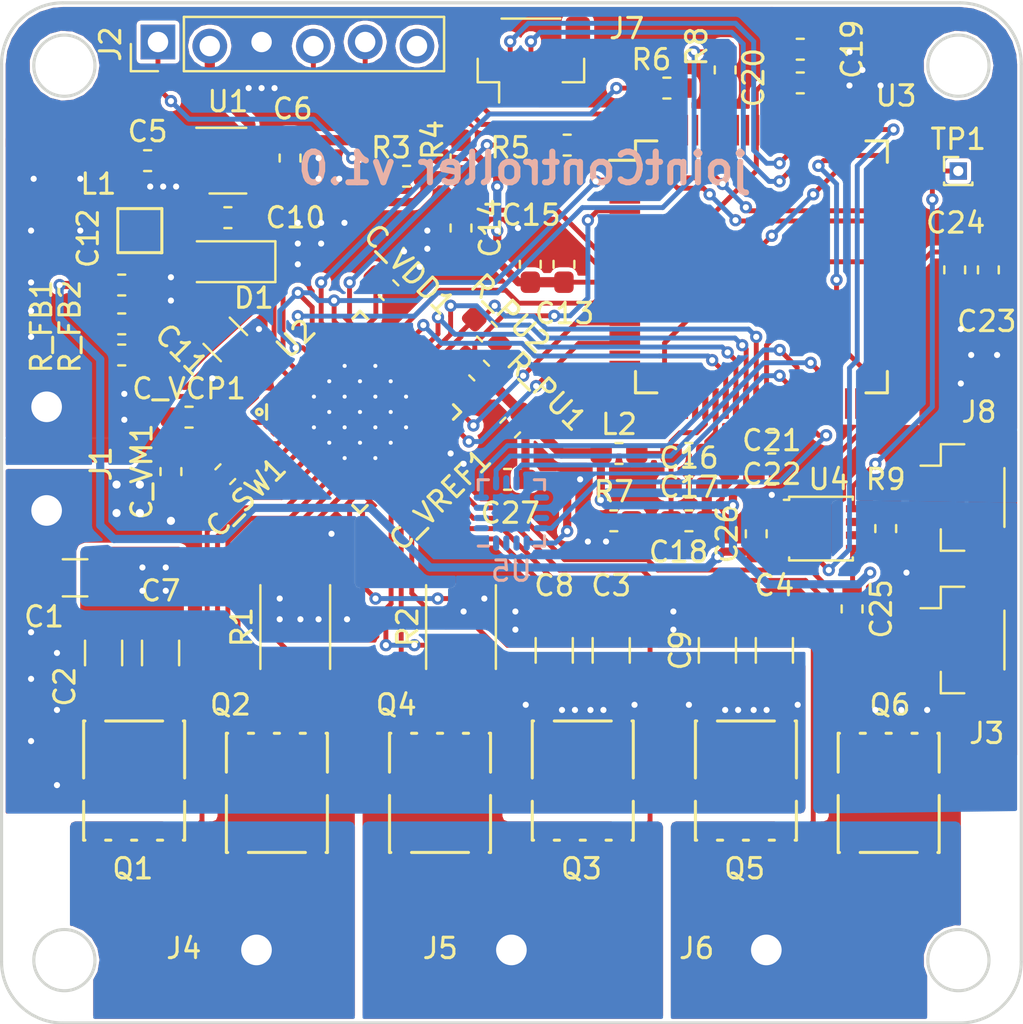
<source format=kicad_pcb>
(kicad_pcb (version 20171130) (host pcbnew "(5.0.2)-1")
  (layers (0 F.Cu signal) (31 B.Cu signal) (34 B.Paste user) (35 F.Paste user) (36 B.SilkS user) (37 F.SilkS user) (38 B.Mask user) (39 F.Mask user) (44 Edge.Cuts user))
  (net 0 "")
  (net 1 V_DRAIN)
  (net 2 SNA)
  (net 3 +5V)
  (net 4 +3V3)
  (net 5 "Net-(C10-Pad2)")
  (net 6 "Net-(C10-Pad1)")
  (net 7 PWRGD)
  (net 8 "Net-(C16-Pad1)")
  (net 9 GNDA)
  (net 10 "Net-(C_SW1-Pad1)")
  (net 11 "Net-(C_VCP1-Pad1)")
  (net 12 "Net-(C_VCP1-Pad2)")
  (net 13 "Net-(C_VDD1-Pad2)")
  (net 14 nMCLR)
  (net 15 PGD3)
  (net 16 PGC3)
  (net 17 "Net-(J2-Pad6)")
  (net 18 CANL)
  (net 19 CANH)
  (net 20 A_OUT)
  (net 21 B_OUT)
  (net 22 C_OUT)
  (net 23 UART_TX)
  (net 24 UART_RX)
  (net 25 GHA)
  (net 26 GLA)
  (net 27 SPA)
  (net 28 GHB)
  (net 29 SPB)
  (net 30 GLB)
  (net 31 GHC)
  (net 32 GLC)
  (net 33 PWM1H)
  (net 34 "Net-(R5-Pad1)")
  (net 35 "Net-(R6-Pad1)")
  (net 36 PWM2H)
  (net 37 "Net-(R8-Pad1)")
  (net 38 PWM3H)
  (net 39 "Net-(R_FB1-Pad2)")
  (net 40 nFAULT)
  (net 41 DRV_MISO)
  (net 42 "Net-(TP1-Pad1)")
  (net 43 "Net-(U2-Pad48)")
  (net 44 "Net-(U2-Pad46)")
  (net 45 "Net-(U2-Pad34)")
  (net 46 DRV_ENABLE)
  (net 47 DRV_nSCS)
  (net 48 DRV_SCLK)
  (net 49 DRV_MOSI)
  (net 50 SOA)
  (net 51 SOB)
  (net 52 "Net-(U2-Pad23)")
  (net 53 "Net-(U2-Pad22)")
  (net 54 "Net-(U2-Pad21)")
  (net 55 "Net-(U3-Pad3)")
  (net 56 "Net-(U3-Pad4)")
  (net 57 "Net-(U3-Pad6)")
  (net 58 "Net-(U3-Pad7)")
  (net 59 "Net-(U3-Pad8)")
  (net 60 "Net-(U3-Pad10)")
  (net 61 "Net-(U3-Pad14)")
  (net 62 "Net-(U3-Pad15)")
  (net 63 "Net-(U3-Pad17)")
  (net 64 "Net-(U3-Pad19)")
  (net 65 "Net-(U3-Pad20)")
  (net 66 "Net-(U3-Pad22)")
  (net 67 "Net-(U3-Pad23)")
  (net 68 "Net-(U3-Pad24)")
  (net 69 ENC_MISO)
  (net 70 ENC_MOSI)
  (net 71 ENC_SCLK)
  (net 72 ENC_nSCS)
  (net 73 "Net-(U3-Pad37)")
  (net 74 "Net-(U3-Pad38)")
  (net 75 "Net-(U3-Pad39)")
  (net 76 "Net-(U3-Pad40)")
  (net 77 "Net-(U3-Pad41)")
  (net 78 "Net-(U3-Pad42)")
  (net 79 "Net-(U3-Pad43)")
  (net 80 "Net-(U3-Pad44)")
  (net 81 "Net-(U3-Pad45)")
  (net 82 "Net-(U3-Pad46)")
  (net 83 "Net-(U3-Pad47)")
  (net 84 "Net-(U3-Pad48)")
  (net 85 "Net-(U3-Pad49)")
  (net 86 "Net-(U3-Pad52)")
  (net 87 "Net-(U3-Pad53)")
  (net 88 "Net-(U3-Pad54)")
  (net 89 "Net-(U3-Pad57)")
  (net 90 "Net-(U3-Pad58)")
  (net 91 "Net-(U3-Pad59)")
  (net 92 STBY)
  (net 93 CAN_RX)
  (net 94 "Net-(U3-Pad62)")
  (net 95 CAN_TX)
  (net 96 "Net-(U3-Pad64)")
  (net 97 "Net-(U3-Pad65)")
  (net 98 "Net-(U3-Pad66)")
  (net 99 "Net-(U3-Pad69)")
  (net 100 "Net-(U3-Pad72)")
  (net 101 "Net-(U3-Pad73)")
  (net 102 "Net-(U3-Pad74)")
  (net 103 "Net-(U3-Pad76)")
  (net 104 "Net-(U3-Pad77)")
  (net 105 "Net-(U3-Pad79)")
  (net 106 "Net-(U3-Pad80)")
  (net 107 "Net-(U4-Pad9)")
  (net 108 "Net-(U5-Pad1)")
  (net 109 "Net-(U5-Pad2)")
  (net 110 "Net-(U5-Pad3)")
  (net 111 "Net-(U5-Pad6)")
  (net 112 "Net-(U5-Pad9)")
  (net 113 "Net-(U5-Pad11)")
  (net 114 "Net-(U5-Pad14)")
  (net 115 "Net-(U5-Pad15)")
  (net 116 "Net-(U5-Pad16)")
  (net 117 PWM_EN)
  (module jointController:VQFN-48-7x7-P0.5 (layer F.Cu) (at 141.224 92.329 45)
    (fp_text reference U2 (at 0.317499 -4.7625 45) (layer F.SilkS))
    (fp_text value DRV8323RS)
    (pad 49 thru_hole circle (at 2.13 1.065 315) (size 0.45 0.45) (drill 0.2) (layers *.Cu *.Mask) (net 2 SNA))
    (pad 49 thru_hole circle (at 2.129999 0 315) (size 0.45 0.45) (drill 0.2) (layers *.Cu *.Mask) (net 2 SNA))
    (pad 49 thru_hole circle (at 2.13 -1.065 315) (size 0.45 0.45) (drill 0.2) (layers *.Cu *.Mask) (net 2 SNA))
    (pad 49 thru_hole circle (at 1.065 -2.13 315) (size 0.45 0.45) (drill 0.2) (layers *.Cu *.Mask) (net 2 SNA))
    (pad 49 thru_hole circle (at 0 -2.129999 315) (size 0.45 0.45) (drill 0.2) (layers *.Cu *.Mask) (net 2 SNA))
    (pad 49 thru_hole circle (at -1.065 -2.13 315) (size 0.45 0.45) (drill 0.2) (layers *.Cu *.Mask) (net 2 SNA))
    (pad 49 thru_hole circle (at 1.065 -1.065 315) (size 0.45 0.45) (drill 0.2) (layers *.Cu *.Mask) (net 2 SNA))
    (pad 49 thru_hole circle (at 0 -1.065 315) (size 0.45 0.45) (drill 0.2) (layers *.Cu *.Mask) (net 2 SNA))
    (pad 49 thru_hole circle (at 1.065 0 315) (size 0.45 0.45) (drill 0.2) (layers *.Cu *.Mask) (net 2 SNA))
    (pad 49 thru_hole circle (at 1.065 1.065 315) (size 0.45 0.45) (drill 0.2) (layers *.Cu *.Mask) (net 2 SNA))
    (pad 49 thru_hole circle (at 0 1.065 315) (size 0.45 0.45) (drill 0.2) (layers *.Cu *.Mask) (net 2 SNA))
    (pad 49 thru_hole circle (at 1.065 2.13 315) (size 0.45 0.45) (drill 0.2) (layers *.Cu *.Mask) (net 2 SNA))
    (pad 49 thru_hole circle (at 0 2.129999 315) (size 0.45 0.45) (drill 0.2) (layers *.Cu *.Mask) (net 2 SNA))
    (pad 49 thru_hole circle (at -1.065 2.13 315) (size 0.45 0.45) (drill 0.2) (layers *.Cu *.Mask) (net 2 SNA))
    (pad 49 thru_hole circle (at -1.065 1.065 315) (size 0.45 0.45) (drill 0.2) (layers *.Cu *.Mask) (net 2 SNA))
    (pad 49 thru_hole circle (at -2.13 1.065 315) (size 0.45 0.45) (drill 0.2) (layers *.Cu *.Mask) (net 2 SNA))
    (pad 49 thru_hole circle (at -1.065 -1.065 315) (size 0.45 0.45) (drill 0.2) (layers *.Cu *.Mask) (net 2 SNA))
    (pad 49 thru_hole circle (at -2.13 -1.065 315) (size 0.45 0.45) (drill 0.2) (layers *.Cu *.Mask) (net 2 SNA))
    (pad 49 thru_hole circle (at -2.129999 0 315) (size 0.45 0.45) (drill 0.2) (layers *.Cu *.Mask) (net 2 SNA))
    (pad 49 thru_hole circle (at -1.065 0 315) (size 0.45 0.45) (drill 0.2) (layers *.Cu *.Mask) (net 2 SNA))
    (pad 12 smd rect (at -3.475 2.75 45) (size 0.75 0.24) (layers F.Cu F.Paste F.Mask) (net 2 SNA))
    (pad 11 smd rect (at -3.475 2.25 45) (size 0.75 0.24) (layers F.Cu F.Paste F.Mask) (net 27 SPA))
    (pad 10 smd rect (at -3.475 1.75 45) (size 0.75 0.24) (layers F.Cu F.Paste F.Mask) (net 26 GLA))
    (pad 9 smd rect (at -3.475001 1.25 45) (size 0.75 0.24) (layers F.Cu F.Paste F.Mask) (net 20 A_OUT))
    (pad 8 smd rect (at -3.475 0.75 45) (size 0.75 0.24) (layers F.Cu F.Paste F.Mask) (net 25 GHA))
    (pad 7 smd rect (at -3.475 0.25 45) (size 0.75 0.24) (layers F.Cu F.Paste F.Mask) (net 1 V_DRAIN))
    (pad 6 smd rect (at -3.475 -0.25 45) (size 0.75 0.24) (layers F.Cu F.Paste F.Mask) (net 1 V_DRAIN))
    (pad 5 smd rect (at -3.475 -0.75 45) (size 0.75 0.24) (layers F.Cu F.Paste F.Mask) (net 10 "Net-(C_SW1-Pad1)"))
    (pad 4 smd rect (at -3.475001 -1.25 45) (size 0.75 0.24) (layers F.Cu F.Paste F.Mask) (net 12 "Net-(C_VCP1-Pad2)"))
    (pad 3 smd rect (at -3.475 -1.75 45) (size 0.75 0.24) (layers F.Cu F.Paste F.Mask) (net 11 "Net-(C_VCP1-Pad1)"))
    (pad 2 smd custom (at -3.475 -2.25 45) (size 0.75 0.24) (layers F.Cu F.Paste F.Mask) (net 2 SNA) (options (clearance outline) (anchor rect)) (primitives (gr_line (start 0.375 0) (end 1 0) (width 0.24))))
    (pad 1 smd rect (at -3.475 -2.75 45) (size 0.75 0.24) (layers F.Cu F.Paste F.Mask) (net 39 "Net-(R_FB1-Pad2)"))
    (pad 49 smd rect (at 0 0 45) (size 5.15 5.15) (layers F.Cu F.Paste F.Mask) (net 2 SNA))
    (pad 13 smd rect (at -2.75 3.475 135) (size 0.75 0.24) (layers F.Cu F.Paste F.Mask) (net 2 SNA))
    (pad 14 smd rect (at -2.25 3.475 135) (size 0.75 0.24) (layers F.Cu F.Paste F.Mask) (net 29 SPB))
    (pad 15 smd rect (at -1.75 3.475 135) (size 0.75 0.24) (layers F.Cu F.Paste F.Mask) (net 30 GLB))
    (pad 16 smd rect (at -1.25 3.475001 135) (size 0.75 0.24) (layers F.Cu F.Paste F.Mask) (net 21 B_OUT))
    (pad 17 smd rect (at -0.75 3.475 135) (size 0.75 0.24) (layers F.Cu F.Paste F.Mask) (net 28 GHB))
    (pad 18 smd rect (at -0.25 3.475 135) (size 0.75 0.24) (layers F.Cu F.Paste F.Mask) (net 31 GHC))
    (pad 19 smd rect (at 0.25 3.475 135) (size 0.75 0.24) (layers F.Cu F.Paste F.Mask) (net 22 C_OUT))
    (pad 20 smd rect (at 0.75 3.475 135) (size 0.75 0.24) (layers F.Cu F.Paste F.Mask) (net 32 GLC))
    (pad 21 smd rect (at 1.25 3.475001 135) (size 0.75 0.24) (layers F.Cu F.Paste F.Mask) (net 54 "Net-(U2-Pad21)"))
    (pad 22 smd rect (at 1.75 3.475 135) (size 0.75 0.24) (layers F.Cu F.Paste F.Mask) (net 53 "Net-(U2-Pad22)"))
    (pad 23 smd rect (at 2.25 3.475 135) (size 0.75 0.24) (layers F.Cu F.Paste F.Mask) (net 52 "Net-(U2-Pad23)"))
    (pad 24 smd rect (at 2.75 3.475 135) (size 0.75 0.24) (layers F.Cu F.Paste F.Mask) (net 51 SOB))
    (pad 25 smd rect (at 3.475 2.75 45) (size 0.75 0.24) (layers F.Cu F.Paste F.Mask) (net 50 SOA))
    (pad 26 smd rect (at 3.475 2.25 45) (size 0.75 0.24) (layers F.Cu F.Paste F.Mask) (net 4 +3V3))
    (pad 27 smd custom (at 3.475 1.75 45) (size 0.75 0.24) (layers F.Cu F.Paste F.Mask) (net 2 SNA) (options (clearance outline) (anchor rect)) (primitives (gr_line (start -0.375 0) (end -1 0) (width 0.24))))
    (pad 28 smd rect (at 3.475001 1.25 45) (size 0.75 0.24) (layers F.Cu F.Paste F.Mask) (net 40 nFAULT))
    (pad 29 smd rect (at 3.475 0.75 45) (size 0.75 0.24) (layers F.Cu F.Paste F.Mask) (net 41 DRV_MISO))
    (pad 30 smd rect (at 3.475 0.25 45) (size 0.75 0.24) (layers F.Cu F.Paste F.Mask) (net 49 DRV_MOSI))
    (pad 31 smd rect (at 3.475 -0.25 45) (size 0.75 0.24) (layers F.Cu F.Paste F.Mask) (net 48 DRV_SCLK))
    (pad 32 smd rect (at 3.475 -0.75 45) (size 0.75 0.24) (layers F.Cu F.Paste F.Mask) (net 47 DRV_nSCS))
    (pad 33 smd rect (at 3.475001 -1.25 45) (size 0.75 0.24) (layers F.Cu F.Paste F.Mask) (net 46 DRV_ENABLE))
    (pad 34 smd rect (at 3.475 -1.75 45) (size 0.75 0.24) (layers F.Cu F.Paste F.Mask) (net 45 "Net-(U2-Pad34)"))
    (pad 35 smd custom (at 3.475 -2.25 45) (size 0.75 0.24) (layers F.Cu F.Paste F.Mask) (net 2 SNA) (options (clearance outline) (anchor rect)) (primitives (gr_line (start -0.375 0) (end -1 0) (width 0.24))))
    (pad 36 smd rect (at 3.475 -2.75 45) (size 0.75 0.24) (layers F.Cu F.Paste F.Mask) (net 13 "Net-(C_VDD1-Pad2)"))
    (pad 37 smd rect (at 2.75 -3.475 315) (size 0.75 0.24) (layers F.Cu F.Paste F.Mask) (net 33 PWM1H))
    (pad 38 smd rect (at 2.25 -3.475 315) (size 0.75 0.24) (layers F.Cu F.Paste F.Mask) (net 117 PWM_EN))
    (pad 39 smd rect (at 1.75 -3.475 315) (size 0.75 0.24) (layers F.Cu F.Paste F.Mask) (net 36 PWM2H))
    (pad 40 smd rect (at 1.25 -3.475001 315) (size 0.75 0.24) (layers F.Cu F.Paste F.Mask) (net 117 PWM_EN))
    (pad 41 smd rect (at 0.75 -3.475 315) (size 0.75 0.24) (layers F.Cu F.Paste F.Mask) (net 38 PWM3H))
    (pad 42 smd rect (at 0.25 -3.475 315) (size 0.75 0.24) (layers F.Cu F.Paste F.Mask) (net 117 PWM_EN))
    (pad 43 smd custom (at -0.25 -3.475 315) (size 0.75 0.24) (layers F.Cu F.Paste F.Mask) (net 2 SNA) (options (clearance outline) (anchor rect)) (primitives (gr_line (start 0.375 0) (end 1 0) (width 0.24))))
    (pad 44 smd rect (at -0.75 -3.475 315) (size 0.75 0.24) (layers F.Cu F.Paste F.Mask) (net 6 "Net-(C10-Pad1)"))
    (pad 45 smd rect (at -1.25 -3.475001 315) (size 0.75 0.24) (layers F.Cu F.Paste F.Mask) (net 5 "Net-(C10-Pad2)"))
    (pad 46 smd rect (at -1.75 -3.475 315) (size 0.75 0.24) (layers F.Cu F.Paste F.Mask) (net 44 "Net-(U2-Pad46)"))
    (pad 47 smd rect (at -2.25 -3.475 315) (size 0.75 0.24) (layers F.Cu F.Paste F.Mask) (net 1 V_DRAIN))
    (pad 48 smd rect (at -2.75 -3.475 315) (size 0.75 0.24) (layers F.Cu F.Paste F.Mask) (net 43 "Net-(U2-Pad48)"))
    (pad 49 thru_hole circle (at 0 0 315) (size 0.45 0.45) (drill 0.2) (layers *.Cu *.Mask) (net 2 SNA))
  )
  (module jointController:8-SOFL (layer F.Cu) (at 137.148893 111.695364)
    (fp_text reference Q2 (at -2.274893 -5.015364) (layer F.SilkS))
    (fp_text value NTMFS4935NT1G)
    (pad 3 smd rect (at 1.905 -3.4925) (size 0.75 1) (layers F.Cu F.Paste F.Mask) (net 27 SPA))
    (pad 3 smd rect (at 0.635 -3.4925) (size 0.75 1) (layers F.Cu F.Paste F.Mask) (net 27 SPA))
    (pad 3 smd rect (at -0.635 -3.4925) (size 0.75 1) (layers F.Cu F.Paste F.Mask) (net 27 SPA))
    (pad 2 smd rect (at -1.905 -3.4925) (size 0.75 1) (layers F.Cu F.Paste F.Mask) (net 26 GLA))
    (pad 1 smd custom (at 0 0) (size 4.56 4.055) (layers F.Cu F.Paste F.Mask) (net 20 A_OUT) (options (clearance outline) (anchor rect)) (primitives (gr_poly (pts (xy 2.28 -1.6025) (xy 2.28 -0.6975) (xy 2.775 -0.6975) (xy 2.775 -1.6025)) (width 0)) (gr_poly (pts (xy -2.775 -1.6025) (xy -2.775 -0.6975) (xy -2.28 -0.6975) (xy -2.28 -1.6025)) (width 0)) (gr_poly (pts (xy 1.53 2.0275) (xy 2.28 2.0275) (xy 2.28 2.5025) (xy 1.53 2.5025)) (width 0)) (gr_poly (pts (xy -2.28 2.0275) (xy -1.53 2.0275) (xy -1.53 2.5025) (xy -2.28 2.5025)) (width 0))))
  )
  (module Package_DFN_QFN:QFN-16-1EP_3x3mm_P0.5mm_EP1.8x1.8mm (layer B.Cu) (at 148.648893 97.275054)
    (fp_text reference U5 (at 0 2.85) (layer B.SilkS) (effects (justify mirror)))
    (fp_text value MA702)
    (pad 17 smd rect (at 0 0) (size 1.8 1.8) (layers B.Cu B.Mask) (net 2 SNA))
    (pad 16 smd oval (at -0.75 1.475 270) (size 0.75 0.3) (layers B.Cu B.Paste B.Mask) (net 116 "Net-(U5-Pad16)"))
    (pad 15 smd oval (at -0.25 1.475 270) (size 0.75 0.3) (layers B.Cu B.Paste B.Mask) (net 115 "Net-(U5-Pad15)"))
    (pad 14 smd oval (at 0.25 1.475 270) (size 0.75 0.3) (layers B.Cu B.Paste B.Mask) (net 114 "Net-(U5-Pad14)"))
    (pad 13 smd oval (at 0.75 1.475 270) (size 0.75 0.3) (layers B.Cu B.Paste B.Mask) (net 4 +3V3))
    (pad 12 smd oval (at 1.475 0.75) (size 0.75 0.3) (layers B.Cu B.Paste B.Mask) (net 71 ENC_SCLK))
    (pad 11 smd oval (at 1.475 0.25) (size 0.75 0.3) (layers B.Cu B.Paste B.Mask) (net 113 "Net-(U5-Pad11)"))
    (pad 10 smd oval (at 1.475 -0.25) (size 0.75 0.3) (layers B.Cu B.Paste B.Mask) (net 2 SNA))
    (pad 9 smd oval (at 1.475 -0.75) (size 0.75 0.3) (layers B.Cu B.Paste B.Mask) (net 112 "Net-(U5-Pad9)"))
    (pad 8 smd oval (at 0.75 -1.475 270) (size 0.75 0.3) (layers B.Cu B.Paste B.Mask) (net 2 SNA))
    (pad 7 smd oval (at 0.25 -1.475 270) (size 0.75 0.3) (layers B.Cu B.Paste B.Mask) (net 69 ENC_MISO))
    (pad 6 smd oval (at -0.25 -1.475 270) (size 0.75 0.3) (layers B.Cu B.Paste B.Mask) (net 111 "Net-(U5-Pad6)"))
    (pad 5 smd oval (at -0.75 -1.475 270) (size 0.75 0.3) (layers B.Cu B.Paste B.Mask) (net 72 ENC_nSCS))
    (pad 4 smd oval (at -1.475 -0.75) (size 0.75 0.3) (layers B.Cu B.Paste B.Mask) (net 70 ENC_MOSI))
    (pad 3 smd oval (at -1.475 -0.25) (size 0.75 0.3) (layers B.Cu B.Paste B.Mask) (net 110 "Net-(U5-Pad3)"))
    (pad 2 smd oval (at -1.475 0.25) (size 0.75 0.3) (layers B.Cu B.Paste B.Mask) (net 109 "Net-(U5-Pad2)"))
    (pad 1 smd oval (at -1.475 0.75) (size 0.75 0.3) (layers B.Cu B.Paste B.Mask) (net 108 "Net-(U5-Pad1)"))
  )
  (module Capacitor_SMD:C_1206_3216Metric_Pad1.42x1.75mm_HandSolder (layer F.Cu) (at 127.254 100.457)
    (fp_text reference C1 (at -1.524 1.905) (layer F.SilkS))
    (fp_text value 10uF)
    (pad 2 smd roundrect (at 1.4875 0) (size 1.425 1.75) (layers F.Cu F.Paste F.Mask) (roundrect_rratio 0.175439) (net 2 SNA))
    (pad 1 smd roundrect (at -1.4875 0) (size 1.425 1.75) (layers F.Cu F.Paste F.Mask) (roundrect_rratio 0.175439) (net 1 V_DRAIN))
  )
  (module Capacitor_SMD:C_1206_3216Metric_Pad1.42x1.75mm_HandSolder (layer F.Cu) (at 128.651 104.14 90)
    (fp_text reference C2 (at -1.651 -1.905 90) (layer F.SilkS))
    (fp_text value 10uF)
    (pad 2 smd roundrect (at 1.4875 0 90) (size 1.425 1.75) (layers F.Cu F.Paste F.Mask) (roundrect_rratio 0.175439) (net 2 SNA))
    (pad 1 smd roundrect (at -1.4875 0 90) (size 1.425 1.75) (layers F.Cu F.Paste F.Mask) (roundrect_rratio 0.175439) (net 1 V_DRAIN))
  )
  (module Capacitor_SMD:C_1206_3216Metric_Pad1.42x1.75mm_HandSolder (layer F.Cu) (at 153.543 104.013 90)
    (fp_text reference C3 (at 3.175 0 180) (layer F.SilkS))
    (fp_text value 10uF)
    (pad 2 smd roundrect (at 1.4875 0 90) (size 1.425 1.75) (layers F.Cu F.Paste F.Mask) (roundrect_rratio 0.175439) (net 2 SNA))
    (pad 1 smd roundrect (at -1.4875 0 90) (size 1.425 1.75) (layers F.Cu F.Paste F.Mask) (roundrect_rratio 0.175439) (net 1 V_DRAIN))
  )
  (module Capacitor_SMD:C_1206_3216Metric_Pad1.42x1.75mm_HandSolder (layer F.Cu) (at 161.544 104.013 90)
    (fp_text reference C4 (at 3.175 0 180) (layer F.SilkS))
    (fp_text value 10uF)
    (pad 2 smd roundrect (at 1.4875 0 90) (size 1.425 1.75) (layers F.Cu F.Paste F.Mask) (roundrect_rratio 0.175439) (net 2 SNA))
    (pad 1 smd roundrect (at -1.4875 0 90) (size 1.425 1.75) (layers F.Cu F.Paste F.Mask) (roundrect_rratio 0.175439) (net 1 V_DRAIN))
  )
  (module Capacitor_SMD:C_0603_1608Metric_Pad1.05x0.95mm_HandSolder (layer F.Cu) (at 130.81 80.01)
    (fp_text reference C5 (at 0 -1.43) (layer F.SilkS))
    (fp_text value 10uF)
    (pad 2 smd roundrect (at 0.875 0) (size 1.05 0.95) (layers F.Cu F.Paste F.Mask) (net 2 SNA))
    (pad 1 smd roundrect (at -0.875 0) (size 1.05 0.95) (layers F.Cu F.Paste F.Mask) (net 3 +5V))
  )
  (module Capacitor_SMD:C_0603_1608Metric_Pad1.05x0.95mm_HandSolder (layer F.Cu) (at 137.795 79.883 270)
    (fp_text reference C6 (at -2.413 -0.127) (layer F.SilkS))
    (fp_text value 10uF)
    (pad 2 smd roundrect (at 0.875 0 270) (size 1.05 0.95) (layers F.Cu F.Paste F.Mask) (net 2 SNA))
    (pad 1 smd roundrect (at -0.875 0 270) (size 1.05 0.95) (layers F.Cu F.Paste F.Mask) (net 4 +3V3))
  )
  (module Capacitor_SMD:C_1206_3216Metric_Pad1.42x1.75mm_HandSolder (layer F.Cu) (at 131.445 104.14 90)
    (fp_text reference C7 (at 3.048 0 180) (layer F.SilkS))
    (fp_text value 10uF)
    (pad 2 smd roundrect (at 1.4875 0 90) (size 1.425 1.75) (layers F.Cu F.Paste F.Mask) (roundrect_rratio 0.175439) (net 2 SNA))
    (pad 1 smd roundrect (at -1.4875 0 90) (size 1.425 1.75) (layers F.Cu F.Paste F.Mask) (roundrect_rratio 0.175439) (net 1 V_DRAIN))
  )
  (module Capacitor_SMD:C_1206_3216Metric_Pad1.42x1.75mm_HandSolder (layer F.Cu) (at 150.749 104.013 90)
    (fp_text reference C8 (at 3.175 0 180) (layer F.SilkS))
    (fp_text value 10uF)
    (pad 2 smd roundrect (at 1.4875 0 90) (size 1.425 1.75) (layers F.Cu F.Paste F.Mask) (roundrect_rratio 0.175439) (net 2 SNA))
    (pad 1 smd roundrect (at -1.4875 0 90) (size 1.425 1.75) (layers F.Cu F.Paste F.Mask) (roundrect_rratio 0.175439) (net 1 V_DRAIN))
  )
  (module Capacitor_SMD:C_1206_3216Metric_Pad1.42x1.75mm_HandSolder (layer F.Cu) (at 158.75 104.013 90)
    (fp_text reference C9 (at 0 -1.82 90) (layer F.SilkS))
    (fp_text value 10uF)
    (pad 2 smd roundrect (at 1.4875 0 90) (size 1.425 1.75) (layers F.Cu F.Paste F.Mask) (roundrect_rratio 0.175439) (net 2 SNA))
    (pad 1 smd roundrect (at -1.4875 0 90) (size 1.425 1.75) (layers F.Cu F.Paste F.Mask) (roundrect_rratio 0.175439) (net 1 V_DRAIN))
  )
  (module Capacitor_SMD:C_0603_1608Metric_Pad1.05x0.95mm_HandSolder (layer F.Cu) (at 134.747 82.804 180)
    (fp_text reference C10 (at -3.302 0 180) (layer F.SilkS))
    (fp_text value 0.1uF)
    (pad 2 smd roundrect (at 0.875 0 180) (size 1.05 0.95) (layers F.Cu F.Paste F.Mask) (net 5 "Net-(C10-Pad2)"))
    (pad 1 smd roundrect (at -0.875 0 180) (size 1.05 0.95) (layers F.Cu F.Paste F.Mask) (net 6 "Net-(C10-Pad1)"))
  )
  (module Capacitor_SMD:C_1206_3216Metric_Pad1.42x1.75mm_HandSolder (layer F.Cu) (at 134.62 88.773 135)
    (fp_text reference C11 (at 1.167433 -1.885854 135) (layer F.SilkS))
    (fp_text value 10uF)
    (pad 2 smd roundrect (at 1.4875 0 135) (size 1.425 1.75) (layers F.Cu F.Paste F.Mask) (roundrect_rratio 0.175439) (net 2 SNA))
    (pad 1 smd roundrect (at -1.4875 0 135) (size 1.425 1.75) (layers F.Cu F.Paste F.Mask) (roundrect_rratio 0.175439) (net 1 V_DRAIN))
  )
  (module Capacitor_SMD:C_0603_1608Metric_Pad1.05x0.95mm_HandSolder (layer F.Cu) (at 151.225979 85.093295 270)
    (fp_text reference C13 (at 2.409705 -0.031021) (layer F.SilkS))
    (fp_text value 0.01uF)
    (pad 2 smd roundrect (at 0.875 0 270) (size 1.05 0.95) (layers F.Cu F.Paste F.Mask) (net 4 +3V3))
    (pad 1 smd roundrect (at -0.875 0 270) (size 1.05 0.95) (layers F.Cu F.Paste F.Mask) (net 2 SNA))
  )
  (module Capacitor_SMD:C_0603_1608Metric_Pad1.05x0.95mm_HandSolder (layer F.Cu) (at 146.177 83.312 270)
    (fp_text reference C14 (at 0 -1.43 270) (layer F.SilkS))
    (fp_text value 470pF)
    (pad 2 smd roundrect (at 0.875 0 270) (size 1.05 0.95) (layers F.Cu F.Paste F.Mask) (net 2 SNA))
    (pad 1 smd roundrect (at -0.875 0 270) (size 1.05 0.95) (layers F.Cu F.Paste F.Mask) (net 7 PWRGD))
  )
  (module Capacitor_SMD:C_0603_1608Metric_Pad1.05x0.95mm_HandSolder (layer F.Cu) (at 149.574979 85.093295 270)
    (fp_text reference C15 (at -2.416295 -0.031021) (layer F.SilkS))
    (fp_text value 0.1uF)
    (pad 2 smd roundrect (at 0.875 0 270) (size 1.05 0.95) (layers F.Cu F.Paste F.Mask) (net 4 +3V3))
    (pad 1 smd roundrect (at -0.875 0 270) (size 1.05 0.95) (layers F.Cu F.Paste F.Mask) (net 2 SNA))
  )
  (module Capacitor_SMD:C_0603_1608Metric_Pad1.05x0.95mm_HandSolder (layer F.Cu) (at 157.353 96.012)
    (fp_text reference C16 (at 0 -1.43) (layer F.SilkS))
    (fp_text value 10uF)
    (pad 2 smd roundrect (at 0.875 0) (size 1.05 0.95) (layers F.Cu F.Paste F.Mask) (net 9 GNDA))
    (pad 1 smd roundrect (at -0.875 0) (size 1.05 0.95) (layers F.Cu F.Paste F.Mask) (net 8 "Net-(C16-Pad1)"))
  )
  (module Capacitor_SMD:C_0603_1608Metric_Pad1.05x0.95mm_HandSolder (layer F.Cu) (at 157.353 94.361 180)
    (fp_text reference C17 (at 0 -1.651 180) (layer F.SilkS))
    (fp_text value 0.1uF)
    (pad 2 smd roundrect (at 0.875 0 180) (size 1.05 0.95) (layers F.Cu F.Paste F.Mask) (net 8 "Net-(C16-Pad1)"))
    (pad 1 smd roundrect (at -0.875 0 180) (size 1.05 0.95) (layers F.Cu F.Paste F.Mask) (net 9 GNDA))
  )
  (module Capacitor_SMD:C_0603_1608Metric_Pad1.05x0.95mm_HandSolder (layer F.Cu) (at 157.353 97.663)
    (fp_text reference C18 (at -0.508 1.524) (layer F.SilkS))
    (fp_text value 0.1uF)
    (pad 2 smd roundrect (at 0.875 0) (size 1.05 0.95) (layers F.Cu F.Paste F.Mask) (net 9 GNDA))
    (pad 1 smd roundrect (at -0.875 0) (size 1.05 0.95) (layers F.Cu F.Paste F.Mask) (net 8 "Net-(C16-Pad1)"))
  )
  (module Capacitor_SMD:C_0603_1608Metric_Pad1.05x0.95mm_HandSolder (layer F.Cu) (at 162.814 74.549 180)
    (fp_text reference C19 (at -2.54 0 90) (layer F.SilkS))
    (fp_text value 0.01uF)
    (pad 2 smd roundrect (at 0.875 0 180) (size 1.05 0.95) (layers F.Cu F.Paste F.Mask) (net 4 +3V3))
    (pad 1 smd roundrect (at -0.875 0 180) (size 1.05 0.95) (layers F.Cu F.Paste F.Mask) (net 2 SNA))
  )
  (module Capacitor_SMD:C_0603_1608Metric_Pad1.05x0.95mm_HandSolder (layer F.Cu) (at 162.814 76.2 180)
    (fp_text reference C20 (at 2.286 0.254 270) (layer F.SilkS))
    (fp_text value 0.1uF)
    (pad 2 smd roundrect (at 0.875 0 180) (size 1.05 0.95) (layers F.Cu F.Paste F.Mask) (net 4 +3V3))
    (pad 1 smd roundrect (at -0.875 0 180) (size 1.05 0.95) (layers F.Cu F.Paste F.Mask) (net 2 SNA))
  )
  (module Capacitor_SMD:C_0603_1608Metric_Pad1.05x0.95mm_HandSolder (layer F.Cu) (at 161.417 93.853 180)
    (fp_text reference C21 (at 0 0.127 180) (layer F.SilkS))
    (fp_text value 0.1uF)
    (pad 2 smd roundrect (at 0.875 0 180) (size 1.05 0.95) (layers F.Cu F.Paste F.Mask) (net 4 +3V3))
    (pad 1 smd roundrect (at -0.875 0 180) (size 1.05 0.95) (layers F.Cu F.Paste F.Mask) (net 2 SNA))
  )
  (module Capacitor_SMD:C_0603_1608Metric_Pad1.05x0.95mm_HandSolder (layer F.Cu) (at 161.417 95.377 180)
    (fp_text reference C22 (at 0 0 180) (layer F.SilkS))
    (fp_text value 0.01uF)
    (pad 2 smd roundrect (at 0.875 0 180) (size 1.05 0.95) (layers F.Cu F.Paste F.Mask) (net 4 +3V3))
    (pad 1 smd roundrect (at -0.875 0 180) (size 1.05 0.95) (layers F.Cu F.Paste F.Mask) (net 2 SNA))
  )
  (module Capacitor_SMD:C_0603_1608Metric_Pad1.05x0.95mm_HandSolder (layer F.Cu) (at 172.038527 85.362986 270)
    (fp_text reference C23 (at 2.521014 0.080527) (layer F.SilkS))
    (fp_text value 0.1uF)
    (pad 2 smd roundrect (at 0.875 0 270) (size 1.05 0.95) (layers F.Cu F.Paste F.Mask) (net 2 SNA))
    (pad 1 smd roundrect (at -0.875 0 270) (size 1.05 0.95) (layers F.Cu F.Paste F.Mask) (net 4 +3V3))
  )
  (module Capacitor_SMD:C_0603_1608Metric_Pad1.05x0.95mm_HandSolder (layer F.Cu) (at 170.387527 85.362986 270)
    (fp_text reference C24 (at -2.304986 -0.046473) (layer F.SilkS))
    (fp_text value 0.01uF)
    (pad 2 smd roundrect (at 0.875 0 270) (size 1.05 0.95) (layers F.Cu F.Paste F.Mask) (net 2 SNA))
    (pad 1 smd roundrect (at -0.875 0 270) (size 1.05 0.95) (layers F.Cu F.Paste F.Mask) (net 4 +3V3))
  )
  (module Capacitor_SMD:C_0603_1608Metric_Pad1.05x0.95mm_HandSolder (layer F.Cu) (at 165.354 101.981 270)
    (fp_text reference C25 (at 0 -1.43 270) (layer F.SilkS))
    (fp_text value 0.1uF)
    (pad 2 smd roundrect (at 0.875 0 270) (size 1.05 0.95) (layers F.Cu F.Paste F.Mask) (net 2 SNA))
    (pad 1 smd roundrect (at -0.875 0 270) (size 1.05 0.95) (layers F.Cu F.Paste F.Mask) (net 4 +3V3))
  )
  (module Capacitor_SMD:C_0603_1608Metric_Pad1.05x0.95mm_HandSolder (layer F.Cu) (at 160.655 98.298 90)
    (fp_text reference C26 (at 0 -1.43 90) (layer F.SilkS))
    (fp_text value 0.1uF)
    (pad 2 smd roundrect (at 0.875 0 90) (size 1.05 0.95) (layers F.Cu F.Paste F.Mask) (net 2 SNA))
    (pad 1 smd roundrect (at -0.875 0 90) (size 1.05 0.95) (layers F.Cu F.Paste F.Mask) (net 3 +5V))
  )
  (module Capacitor_SMD:C_0603_1608Metric_Pad1.05x0.95mm_HandSolder (layer F.Cu) (at 148.463 95.631 180)
    (fp_text reference C27 (at -0.127 -1.651 180) (layer F.SilkS))
    (fp_text value 1uF)
    (pad 2 smd roundrect (at 0.875 0 180) (size 1.05 0.95) (layers F.Cu F.Paste F.Mask) (net 2 SNA))
    (pad 1 smd roundrect (at -0.875 0 180) (size 1.05 0.95) (layers F.Cu F.Paste F.Mask) (net 4 +3V3))
  )
  (module Capacitor_SMD:C_0603_1608Metric_Pad1.05x0.95mm_HandSolder (layer F.Cu) (at 134.62 95.377 225)
    (fp_text reference C_SW1 (at 0.089803 -1.526644 225) (layer F.SilkS))
    (fp_text value 1uF)
    (pad 2 smd roundrect (at 0.874999 0 225) (size 1.05 0.95) (layers F.Cu F.Paste F.Mask) (net 1 V_DRAIN))
    (pad 1 smd roundrect (at -0.874999 0 225) (size 1.05 0.95) (layers F.Cu F.Paste F.Mask) (net 10 "Net-(C_SW1-Pad1)"))
  )
  (module Capacitor_SMD:C_0603_1608Metric_Pad1.05x0.95mm_HandSolder (layer F.Cu) (at 132.842 92.583 180)
    (fp_text reference C_VCP1 (at 0 1.397 180) (layer F.SilkS))
    (fp_text value 47nF)
    (pad 2 smd roundrect (at 0.875 0 180) (size 1.05 0.95) (layers F.Cu F.Paste F.Mask) (net 12 "Net-(C_VCP1-Pad2)"))
    (pad 1 smd roundrect (at -0.875 0 180) (size 1.05 0.95) (layers F.Cu F.Paste F.Mask) (net 11 "Net-(C_VCP1-Pad1)"))
  )
  (module Capacitor_SMD:C_0603_1608Metric_Pad1.05x0.95mm_HandSolder (layer F.Cu) (at 142.621 86.36 135)
    (fp_text reference C_VDD1 (at 0 1.436841 135) (layer F.SilkS))
    (fp_text value 1uF)
    (pad 2 smd roundrect (at 0.874999 0 135) (size 1.05 0.95) (layers F.Cu F.Paste F.Mask) (net 13 "Net-(C_VDD1-Pad2)"))
    (pad 1 smd roundrect (at -0.874999 0 135) (size 1.05 0.95) (layers F.Cu F.Paste F.Mask) (net 2 SNA))
  )
  (module Capacitor_SMD:C_0603_1608Metric_Pad1.05x0.95mm_HandSolder (layer F.Cu) (at 131.953 95.25 90)
    (fp_text reference C_VM1 (at 0 -1.43 90) (layer F.SilkS))
    (fp_text value 0.1uF)
    (pad 2 smd roundrect (at 0.875 0 90) (size 1.05 0.95) (layers F.Cu F.Paste F.Mask) (net 2 SNA))
    (pad 1 smd roundrect (at -0.875 0 90) (size 1.05 0.95) (layers F.Cu F.Paste F.Mask) (net 1 V_DRAIN))
  )
  (module Capacitor_SMD:C_0603_1608Metric_Pad1.05x0.95mm_HandSolder (layer F.Cu) (at 148.59 93.091 225)
    (fp_text reference C_VREF1 (at 4.939141 -0.089803 225) (layer F.SilkS))
    (fp_text value 0.1uF)
    (pad 2 smd roundrect (at 0.874999 0 225) (size 1.05 0.95) (layers F.Cu F.Paste F.Mask) (net 2 SNA))
    (pad 1 smd roundrect (at -0.874999 0 225) (size 1.05 0.95) (layers F.Cu F.Paste F.Mask) (net 4 +3V3))
  )
  (module Diode_SMD:D_SOD-123F (layer F.Cu) (at 134.874 84.963 180)
    (fp_text reference D1 (at -1.143 -1.778 180) (layer F.SilkS))
    (fp_text value D_Schottky)
    (pad 2 smd rect (at 1.4 0 180) (size 1.1 1.1) (layers F.Cu F.Paste F.Mask) (net 2 SNA))
    (pad 1 smd rect (at -1.4 0 180) (size 1.1 1.1) (layers F.Cu F.Paste F.Mask) (net 5 "Net-(C10-Pad2)"))
  )
  (module jointController:PinHeader_1x06_P2.54mm_Vertical_Staggered (layer F.Cu) (at 131.318 74.295 90)
    (fp_text reference J2 (at 0 -2.33 90) (layer F.SilkS))
    (fp_text value ICSP)
    (pad 6 thru_hole oval (at -0.1 12.7 90) (size 1.7 1.7) (drill 1) (layers *.Cu *.Mask) (net 17 "Net-(J2-Pad6)"))
    (pad 5 thru_hole oval (at 0.1 10.16 90) (size 1.7 1.7) (drill 1) (layers *.Cu *.Mask) (net 16 PGC3))
    (pad 4 thru_hole oval (at -0.1 7.62 90) (size 1.7 1.7) (drill 1) (layers *.Cu *.Mask) (net 15 PGD3))
    (pad 3 thru_hole oval (at 0.1 5.08 90) (size 1.7 1.7) (drill 1) (layers *.Cu *.Mask) (net 2 SNA))
    (pad 2 thru_hole oval (at -0.1 2.54 90) (size 1.7 1.7) (drill 1) (layers *.Cu *.Mask) (net 4 +3V3))
    (pad 1 thru_hole rect (at 0.1 0 90) (size 1.7 1.7) (drill 1) (layers *.Cu *.Mask) (net 14 nMCLR))
  )
  (module Connector_JST:JST_SH_BM03B-SRSS-TB_1x03-1MP_P1.00mm_Vertical (layer F.Cu) (at 170.815 103.505 270)
    (fp_text reference J3 (at 4.572 -1.143) (layer F.SilkS))
    (fp_text value CAN)
    (pad MP smd roundrect (at 2.3 -1.2 270) (size 1.2 1.8) (layers F.Cu F.Paste F.Mask) (roundrect_rratio 0.208333))
    (pad MP smd roundrect (at -2.3 -1.2 270) (size 1.2 1.8) (layers F.Cu F.Paste F.Mask) (roundrect_rratio 0.208333))
    (pad 3 smd roundrect (at 1 1.325 270) (size 0.6 1.55) (layers F.Cu F.Paste F.Mask) (net 2 SNA))
    (pad 2 smd roundrect (at 0 1.325 270) (size 0.6 1.55) (layers F.Cu F.Paste F.Mask) (net 18 CANL))
    (pad 1 smd roundrect (at -1 1.325 270) (size 0.6 1.55) (layers F.Cu F.Paste F.Mask) (net 19 CANH))
  )
  (module Connector_JST:JST_SH_BM03B-SRSS-TB_1x03-1MP_P1.00mm_Vertical (layer F.Cu) (at 149.606 75.057)
    (fp_text reference J7 (at 4.699 -1.524) (layer F.SilkS))
    (fp_text value UART1)
    (pad MP smd roundrect (at 2.3 -1.2) (size 1.2 1.8) (layers F.Cu F.Paste F.Mask) (roundrect_rratio 0.208333))
    (pad MP smd roundrect (at -2.3 -1.2) (size 1.2 1.8) (layers F.Cu F.Paste F.Mask) (roundrect_rratio 0.208333))
    (pad 3 smd roundrect (at 1 1.325) (size 0.6 1.55) (layers F.Cu F.Paste F.Mask) (net 2 SNA))
    (pad 2 smd roundrect (at 0 1.325) (size 0.6 1.55) (layers F.Cu F.Paste F.Mask) (net 24 UART_RX))
    (pad 1 smd roundrect (at -1 1.325) (size 0.6 1.55) (layers F.Cu F.Paste F.Mask) (net 23 UART_TX))
  )
  (module Connector_JST:JST_SH_BM03B-SRSS-TB_1x03-1MP_P1.00mm_Vertical (layer F.Cu) (at 170.815 96.52 270)
    (fp_text reference J8 (at -4.191 -0.762) (layer F.SilkS))
    (fp_text value CAN)
    (pad MP smd roundrect (at 2.3 -1.2 270) (size 1.2 1.8) (layers F.Cu F.Paste F.Mask) (roundrect_rratio 0.208333))
    (pad MP smd roundrect (at -2.3 -1.2 270) (size 1.2 1.8) (layers F.Cu F.Paste F.Mask) (roundrect_rratio 0.208333))
    (pad 3 smd roundrect (at 1 1.325 270) (size 0.6 1.55) (layers F.Cu F.Paste F.Mask) (net 2 SNA))
    (pad 2 smd roundrect (at 0 1.325 270) (size 0.6 1.55) (layers F.Cu F.Paste F.Mask) (net 18 CANL))
    (pad 1 smd roundrect (at -1 1.325 270) (size 0.6 1.55) (layers F.Cu F.Paste F.Mask) (net 19 CANH))
  )
  (module Inductor_SMD:L_0603_1608Metric_Pad1.05x0.95mm_HandSolder (layer F.Cu) (at 153.924 94.361)
    (fp_text reference L2 (at 0 -1.43) (layer F.SilkS))
    (fp_text value 600R)
    (pad 2 smd roundrect (at 0.875 0) (size 1.05 0.95) (layers F.Cu F.Paste F.Mask) (net 8 "Net-(C16-Pad1)"))
    (pad 1 smd roundrect (at -0.875 0) (size 1.05 0.95) (layers F.Cu F.Paste F.Mask) (net 4 +3V3))
  )
  (module jointController:8-SOFL (layer F.Cu) (at 130.148893 109.695364 180)
    (fp_text reference Q1 (at 0.0635 -5.0165 180) (layer F.SilkS))
    (fp_text value NTMFS4935NT1G)
    (pad 3 smd rect (at 1.905 -3.4925 180) (size 0.75 1) (layers F.Cu F.Paste F.Mask) (net 20 A_OUT))
    (pad 3 smd rect (at 0.635 -3.4925 180) (size 0.75 1) (layers F.Cu F.Paste F.Mask) (net 20 A_OUT))
    (pad 3 smd rect (at -0.635 -3.4925 180) (size 0.75 1) (layers F.Cu F.Paste F.Mask) (net 20 A_OUT))
    (pad 2 smd rect (at -1.905 -3.4925 180) (size 0.75 1) (layers F.Cu F.Paste F.Mask) (net 25 GHA))
    (pad 1 smd custom (at 0 0 180) (size 4.56 4.055) (layers F.Cu F.Paste F.Mask) (net 1 V_DRAIN) (options (clearance outline) (anchor rect)) (primitives (gr_poly (pts (xy 2.28 -1.6025) (xy 2.28 -0.6975) (xy 2.775 -0.6975) (xy 2.775 -1.6025)) (width 0)) (gr_poly (pts (xy -2.775 -1.6025) (xy -2.775 -0.6975) (xy -2.28 -0.6975) (xy -2.28 -1.6025)) (width 0)) (gr_poly (pts (xy 1.53 2.0275) (xy 2.28 2.0275) (xy 2.28 2.5025) (xy 1.53 2.5025)) (width 0)) (gr_poly (pts (xy -2.28 2.0275) (xy -1.53 2.0275) (xy -1.53 2.5025) (xy -2.28 2.5025)) (width 0))))
  )
  (module jointController:8-SOFL (layer F.Cu) (at 152.148893 109.695364 180)
    (fp_text reference Q3 (at 0.0635 -5.0165 180) (layer F.SilkS))
    (fp_text value NTMFS4935NT1G)
    (pad 3 smd rect (at 1.905 -3.4925 180) (size 0.75 1) (layers F.Cu F.Paste F.Mask) (net 21 B_OUT))
    (pad 3 smd rect (at 0.635 -3.4925 180) (size 0.75 1) (layers F.Cu F.Paste F.Mask) (net 21 B_OUT))
    (pad 3 smd rect (at -0.635 -3.4925 180) (size 0.75 1) (layers F.Cu F.Paste F.Mask) (net 21 B_OUT))
    (pad 2 smd rect (at -1.905 -3.4925 180) (size 0.75 1) (layers F.Cu F.Paste F.Mask) (net 28 GHB))
    (pad 1 smd custom (at 0 0 180) (size 4.56 4.055) (layers F.Cu F.Paste F.Mask) (net 1 V_DRAIN) (options (clearance outline) (anchor rect)) (primitives (gr_poly (pts (xy 2.28 -1.6025) (xy 2.28 -0.6975) (xy 2.775 -0.6975) (xy 2.775 -1.6025)) (width 0)) (gr_poly (pts (xy -2.775 -1.6025) (xy -2.775 -0.6975) (xy -2.28 -0.6975) (xy -2.28 -1.6025)) (width 0)) (gr_poly (pts (xy 1.53 2.0275) (xy 2.28 2.0275) (xy 2.28 2.5025) (xy 1.53 2.5025)) (width 0)) (gr_poly (pts (xy -2.28 2.0275) (xy -1.53 2.0275) (xy -1.53 2.5025) (xy -2.28 2.5025)) (width 0))))
  )
  (module jointController:8-SOFL (layer F.Cu) (at 145.148893 111.695364)
    (fp_text reference Q4 (at -2.146893 -5.015364) (layer F.SilkS))
    (fp_text value NTMFS4935NT1G)
    (pad 3 smd rect (at 1.905 -3.4925) (size 0.75 1) (layers F.Cu F.Paste F.Mask) (net 29 SPB))
    (pad 3 smd rect (at 0.635 -3.4925) (size 0.75 1) (layers F.Cu F.Paste F.Mask) (net 29 SPB))
    (pad 3 smd rect (at -0.635 -3.4925) (size 0.75 1) (layers F.Cu F.Paste F.Mask) (net 29 SPB))
    (pad 2 smd rect (at -1.905 -3.4925) (size 0.75 1) (layers F.Cu F.Paste F.Mask) (net 30 GLB))
    (pad 1 smd custom (at 0 0) (size 4.56 4.055) (layers F.Cu F.Paste F.Mask) (net 21 B_OUT) (options (clearance outline) (anchor rect)) (primitives (gr_poly (pts (xy 2.28 -1.6025) (xy 2.28 -0.6975) (xy 2.775 -0.6975) (xy 2.775 -1.6025)) (width 0)) (gr_poly (pts (xy -2.775 -1.6025) (xy -2.775 -0.6975) (xy -2.28 -0.6975) (xy -2.28 -1.6025)) (width 0)) (gr_poly (pts (xy 1.53 2.0275) (xy 2.28 2.0275) (xy 2.28 2.5025) (xy 1.53 2.5025)) (width 0)) (gr_poly (pts (xy -2.28 2.0275) (xy -1.53 2.0275) (xy -1.53 2.5025) (xy -2.28 2.5025)) (width 0))))
  )
  (module jointController:8-SOFL (layer F.Cu) (at 160.148893 109.695364 180)
    (fp_text reference Q5 (at 0.0635 -5.0165 180) (layer F.SilkS))
    (fp_text value NTMFS4935NT1G)
    (pad 3 smd rect (at 1.905 -3.4925 180) (size 0.75 1) (layers F.Cu F.Paste F.Mask) (net 22 C_OUT))
    (pad 3 smd rect (at 0.635 -3.4925 180) (size 0.75 1) (layers F.Cu F.Paste F.Mask) (net 22 C_OUT))
    (pad 3 smd rect (at -0.635 -3.4925 180) (size 0.75 1) (layers F.Cu F.Paste F.Mask) (net 22 C_OUT))
    (pad 2 smd rect (at -1.905 -3.4925 180) (size 0.75 1) (layers F.Cu F.Paste F.Mask) (net 31 GHC))
    (pad 1 smd custom (at 0 0 180) (size 4.56 4.055) (layers F.Cu F.Paste F.Mask) (net 1 V_DRAIN) (options (clearance outline) (anchor rect)) (primitives (gr_poly (pts (xy 2.28 -1.6025) (xy 2.28 -0.6975) (xy 2.775 -0.6975) (xy 2.775 -1.6025)) (width 0)) (gr_poly (pts (xy -2.775 -1.6025) (xy -2.775 -0.6975) (xy -2.28 -0.6975) (xy -2.28 -1.6025)) (width 0)) (gr_poly (pts (xy 1.53 2.0275) (xy 2.28 2.0275) (xy 2.28 2.5025) (xy 1.53 2.5025)) (width 0)) (gr_poly (pts (xy -2.28 2.0275) (xy -1.53 2.0275) (xy -1.53 2.5025) (xy -2.28 2.5025)) (width 0))))
  )
  (module jointController:8-SOFL (layer F.Cu) (at 167.148893 111.695364)
    (fp_text reference Q6 (at 0.0635 -5.0165) (layer F.SilkS))
    (fp_text value NTMFS4935NT1G)
    (pad 3 smd rect (at 1.905 -3.4925) (size 0.75 1) (layers F.Cu F.Paste F.Mask) (net 2 SNA))
    (pad 3 smd rect (at 0.635 -3.4925) (size 0.75 1) (layers F.Cu F.Paste F.Mask) (net 2 SNA))
    (pad 3 smd rect (at -0.635 -3.4925) (size 0.75 1) (layers F.Cu F.Paste F.Mask) (net 2 SNA))
    (pad 2 smd rect (at -1.905 -3.4925) (size 0.75 1) (layers F.Cu F.Paste F.Mask) (net 32 GLC))
    (pad 1 smd custom (at 0 0) (size 4.56 4.055) (layers F.Cu F.Paste F.Mask) (net 22 C_OUT) (options (clearance outline) (anchor rect)) (primitives (gr_poly (pts (xy 2.28 -1.6025) (xy 2.28 -0.6975) (xy 2.775 -0.6975) (xy 2.775 -1.6025)) (width 0)) (gr_poly (pts (xy -2.775 -1.6025) (xy -2.775 -0.6975) (xy -2.28 -0.6975) (xy -2.28 -1.6025)) (width 0)) (gr_poly (pts (xy 1.53 2.0275) (xy 2.28 2.0275) (xy 2.28 2.5025) (xy 1.53 2.5025)) (width 0)) (gr_poly (pts (xy -2.28 2.0275) (xy -1.53 2.0275) (xy -1.53 2.5025) (xy -2.28 2.5025)) (width 0))))
  )
  (module Resistor_SMD:R_2512_6332Metric_Pad1.52x3.35mm_HandSolder (layer F.Cu) (at 138.049 102.87 90)
    (fp_text reference R1 (at 0 -2.62 90) (layer F.SilkS))
    (fp_text value 1m)
    (pad 2 smd roundrect (at 2.9875 0 90) (size 1.525 3.35) (layers F.Cu F.Paste F.Mask) (roundrect_rratio 0.163934) (net 2 SNA))
    (pad 1 smd roundrect (at -2.9875 0 90) (size 1.525 3.35) (layers F.Cu F.Paste F.Mask) (roundrect_rratio 0.163934) (net 27 SPA))
  )
  (module Resistor_SMD:R_2512_6332Metric_Pad1.52x3.35mm_HandSolder (layer F.Cu) (at 146.177 102.87 90)
    (fp_text reference R2 (at 0 -2.62 90) (layer F.SilkS))
    (fp_text value 1m)
    (pad 2 smd roundrect (at 2.9875 0 90) (size 1.525 3.35) (layers F.Cu F.Paste F.Mask) (roundrect_rratio 0.163934) (net 2 SNA))
    (pad 1 smd roundrect (at -2.9875 0 90) (size 1.525 3.35) (layers F.Cu F.Paste F.Mask) (roundrect_rratio 0.163934) (net 29 SPB))
  )
  (module Resistor_SMD:R_0603_1608Metric_Pad1.05x0.95mm_HandSolder (layer F.Cu) (at 143.51 80.772 180)
    (fp_text reference R3 (at 0.762 1.397 180) (layer F.SilkS))
    (fp_text value 0)
    (pad 2 smd roundrect (at 0.875 0 180) (size 1.05 0.95) (layers F.Cu F.Paste F.Mask) (net 14 nMCLR))
    (pad 1 smd roundrect (at -0.875 0 180) (size 1.05 0.95) (layers F.Cu F.Paste F.Mask) (net 7 PWRGD))
  )
  (module Resistor_SMD:R_0603_1608Metric_Pad1.05x0.95mm_HandSolder (layer F.Cu) (at 146.177 79.883 270)
    (fp_text reference R4 (at -0.889 1.397 270) (layer F.SilkS))
    (fp_text value 10k)
    (pad 2 smd roundrect (at 0.875 0 270) (size 1.05 0.95) (layers F.Cu F.Paste F.Mask) (net 7 PWRGD))
    (pad 1 smd roundrect (at -0.875 0 270) (size 1.05 0.95) (layers F.Cu F.Paste F.Mask) (net 4 +3V3))
  )
  (module Resistor_SMD:R_0603_1608Metric_Pad1.05x0.95mm_HandSolder (layer F.Cu) (at 151.384 79.248 180)
    (fp_text reference R5 (at 2.794 -0.127 180) (layer F.SilkS))
    (fp_text value 75)
    (pad 2 smd roundrect (at 0.875 0 180) (size 1.05 0.95) (layers F.Cu F.Paste F.Mask) (net 33 PWM1H))
    (pad 1 smd roundrect (at -0.875 0 180) (size 1.05 0.95) (layers F.Cu F.Paste F.Mask) (net 34 "Net-(R5-Pad1)"))
  )
  (module Resistor_SMD:R_0603_1608Metric_Pad1.05x0.95mm_HandSolder (layer F.Cu) (at 156.2735 76.454 180)
    (fp_text reference R6 (at 0.762 1.397 180) (layer F.SilkS))
    (fp_text value 75)
    (pad 2 smd roundrect (at 0.875 0 180) (size 1.05 0.95) (layers F.Cu F.Paste F.Mask) (net 36 PWM2H))
    (pad 1 smd roundrect (at -0.875 0 180) (size 1.05 0.95) (layers F.Cu F.Paste F.Mask) (net 35 "Net-(R6-Pad1)"))
  )
  (module Resistor_SMD:R_0603_1608Metric_Pad1.05x0.95mm_HandSolder (layer F.Cu) (at 153.67 97.663)
    (fp_text reference R7 (at 0 -1.43) (layer F.SilkS))
    (fp_text value 0)
    (pad 2 smd roundrect (at 0.875 0) (size 1.05 0.95) (layers F.Cu F.Paste F.Mask) (net 9 GNDA))
    (pad 1 smd roundrect (at -0.875 0) (size 1.05 0.95) (layers F.Cu F.Paste F.Mask) (net 2 SNA))
  )
  (module Resistor_SMD:R_0603_1608Metric_Pad1.05x0.95mm_HandSolder (layer F.Cu) (at 159.131 75.565 90)
    (fp_text reference R8 (at 1.143 -1.397 90) (layer F.SilkS))
    (fp_text value 75)
    (pad 2 smd roundrect (at 0.875 0 90) (size 1.05 0.95) (layers F.Cu F.Paste F.Mask) (net 38 PWM3H))
    (pad 1 smd roundrect (at -0.875 0 90) (size 1.05 0.95) (layers F.Cu F.Paste F.Mask) (net 37 "Net-(R8-Pad1)"))
  )
  (module Resistor_SMD:R_0603_1608Metric_Pad1.05x0.95mm_HandSolder (layer F.Cu) (at 167.005 98.044 270)
    (fp_text reference R9 (at -2.413 0 180) (layer F.SilkS))
    (fp_text value 120)
    (pad 2 smd roundrect (at 0.875 0 270) (size 1.05 0.95) (layers F.Cu F.Paste F.Mask) (net 18 CANL))
    (pad 1 smd roundrect (at -0.875 0 270) (size 1.05 0.95) (layers F.Cu F.Paste F.Mask) (net 19 CANH))
  )
  (module Resistor_SMD:R_0603_1608Metric_Pad1.05x0.95mm_HandSolder (layer F.Cu) (at 129.54 88.011)
    (fp_text reference R_FB1 (at -3.937 0.127 90) (layer F.SilkS))
    (fp_text value 54.9k)
    (pad 2 smd roundrect (at 0.875 0) (size 1.05 0.95) (layers F.Cu F.Paste F.Mask) (net 39 "Net-(R_FB1-Pad2)"))
    (pad 1 smd roundrect (at -0.875 0) (size 1.05 0.95) (layers F.Cu F.Paste F.Mask) (net 3 +5V))
  )
  (module Resistor_SMD:R_0603_1608Metric_Pad1.05x0.95mm_HandSolder (layer F.Cu) (at 129.54 89.535 180)
    (fp_text reference R_FB2 (at 2.54 1.397 270) (layer F.SilkS))
    (fp_text value 10k)
    (pad 2 smd roundrect (at 0.875 0 180) (size 1.05 0.95) (layers F.Cu F.Paste F.Mask) (net 2 SNA))
    (pad 1 smd roundrect (at -0.875 0 180) (size 1.05 0.95) (layers F.Cu F.Paste F.Mask) (net 39 "Net-(R_FB1-Pad2)"))
  )
  (module Resistor_SMD:R_0603_1608Metric_Pad1.05x0.95mm_HandSolder (layer F.Cu) (at 147.066 90.297 135)
    (fp_text reference R_PU1 (at -3.053287 1.616446 135) (layer F.SilkS))
    (fp_text value 10k)
    (pad 2 smd roundrect (at 0.874999 0 135) (size 1.05 0.95) (layers F.Cu F.Paste F.Mask) (net 40 nFAULT))
    (pad 1 smd roundrect (at -0.874999 0 135) (size 1.05 0.95) (layers F.Cu F.Paste F.Mask) (net 4 +3V3))
  )
  (module Resistor_SMD:R_0603_1608Metric_Pad1.05x0.95mm_HandSolder (layer F.Cu) (at 147.447 88.392 135)
    (fp_text reference R_PU2 (at -0.179605 1.436841 135) (layer F.SilkS))
    (fp_text value 10k)
    (pad 2 smd roundrect (at 0.874999 0 135) (size 1.05 0.95) (layers F.Cu F.Paste F.Mask) (net 41 DRV_MISO))
    (pad 1 smd roundrect (at -0.874999 0 135) (size 1.05 0.95) (layers F.Cu F.Paste F.Mask) (net 4 +3V3))
  )
  (module Package_TO_SOT_SMD:SOT-23-5 (layer F.Cu) (at 134.747 80.01)
    (fp_text reference U1 (at 0 -2.9) (layer F.SilkS))
    (fp_text value MCP1755-3v3)
    (pad 5 smd rect (at 1.1 -0.95) (size 1.06 0.65) (layers F.Cu F.Paste F.Mask) (net 4 +3V3))
    (pad 4 smd rect (at 1.1 0.95) (size 1.06 0.65) (layers F.Cu F.Paste F.Mask) (net 7 PWRGD))
    (pad 3 smd rect (at -1.1 0.95) (size 1.06 0.65) (layers F.Cu F.Paste F.Mask) (net 3 +5V))
    (pad 2 smd rect (at -1.1 0) (size 1.06 0.65) (layers F.Cu F.Paste F.Mask) (net 2 SNA))
    (pad 1 smd rect (at -1.1 -0.95) (size 1.06 0.65) (layers F.Cu F.Paste F.Mask) (net 3 +5V))
  )
  (module Package_QFP:TQFP-80_12x12mm_P0.5mm (layer F.Cu) (at 160.909 85.217)
    (fp_text reference U3 (at 6.604 -8.382) (layer F.SilkS))
    (fp_text value dsPIC33CK256MP508)
    (pad 80 smd rect (at -4.75 -6.7 90) (size 1.5 0.3) (layers F.Cu F.Paste F.Mask) (net 106 "Net-(U3-Pad80)"))
    (pad 79 smd rect (at -4.25 -6.7 90) (size 1.5 0.3) (layers F.Cu F.Paste F.Mask) (net 105 "Net-(U3-Pad79)"))
    (pad 78 smd rect (at -3.75 -6.7 90) (size 1.5 0.3) (layers F.Cu F.Paste F.Mask) (net 35 "Net-(R6-Pad1)"))
    (pad 77 smd rect (at -3.25 -6.7 90) (size 1.5 0.3) (layers F.Cu F.Paste F.Mask) (net 104 "Net-(U3-Pad77)"))
    (pad 76 smd rect (at -2.75 -6.7 90) (size 1.5 0.3) (layers F.Cu F.Paste F.Mask) (net 103 "Net-(U3-Pad76)"))
    (pad 75 smd rect (at -2.25 -6.7 90) (size 1.5 0.3) (layers F.Cu F.Paste F.Mask) (net 37 "Net-(R8-Pad1)"))
    (pad 74 smd rect (at -1.75 -6.7 90) (size 1.5 0.3) (layers F.Cu F.Paste F.Mask) (net 102 "Net-(U3-Pad74)"))
    (pad 73 smd rect (at -1.25 -6.7 90) (size 1.5 0.3) (layers F.Cu F.Paste F.Mask) (net 101 "Net-(U3-Pad73)"))
    (pad 72 smd rect (at -0.75 -6.7 90) (size 1.5 0.3) (layers F.Cu F.Paste F.Mask) (net 100 "Net-(U3-Pad72)"))
    (pad 71 smd rect (at -0.25 -6.7 90) (size 1.5 0.3) (layers F.Cu F.Paste F.Mask) (net 4 +3V3))
    (pad 70 smd rect (at 0.25 -6.7 90) (size 1.5 0.3) (layers F.Cu F.Paste F.Mask) (net 2 SNA))
    (pad 69 smd rect (at 0.75 -6.7 90) (size 1.5 0.3) (layers F.Cu F.Paste F.Mask) (net 99 "Net-(U3-Pad69)"))
    (pad 68 smd rect (at 1.25 -6.7 90) (size 1.5 0.3) (layers F.Cu F.Paste F.Mask) (net 23 UART_TX))
    (pad 67 smd rect (at 1.75 -6.7 90) (size 1.5 0.3) (layers F.Cu F.Paste F.Mask) (net 24 UART_RX))
    (pad 66 smd rect (at 2.25 -6.7 90) (size 1.5 0.3) (layers F.Cu F.Paste F.Mask) (net 98 "Net-(U3-Pad66)"))
    (pad 65 smd rect (at 2.75 -6.7 90) (size 1.5 0.3) (layers F.Cu F.Paste F.Mask) (net 97 "Net-(U3-Pad65)"))
    (pad 64 smd rect (at 3.25 -6.7 90) (size 1.5 0.3) (layers F.Cu F.Paste F.Mask) (net 96 "Net-(U3-Pad64)"))
    (pad 63 smd rect (at 3.75 -6.7 90) (size 1.5 0.3) (layers F.Cu F.Paste F.Mask) (net 95 CAN_TX))
    (pad 62 smd rect (at 4.25 -6.7 90) (size 1.5 0.3) (layers F.Cu F.Paste F.Mask) (net 94 "Net-(U3-Pad62)"))
    (pad 61 smd rect (at 4.75 -6.7 90) (size 1.5 0.3) (layers F.Cu F.Paste F.Mask) (net 93 CAN_RX))
    (pad 60 smd rect (at 6.7 -4.75) (size 1.5 0.3) (layers F.Cu F.Paste F.Mask) (net 92 STBY))
    (pad 59 smd rect (at 6.7 -4.25) (size 1.5 0.3) (layers F.Cu F.Paste F.Mask) (net 91 "Net-(U3-Pad59)"))
    (pad 58 smd rect (at 6.7 -3.75) (size 1.5 0.3) (layers F.Cu F.Paste F.Mask) (net 90 "Net-(U3-Pad58)"))
    (pad 57 smd rect (at 6.7 -3.25) (size 1.5 0.3) (layers F.Cu F.Paste F.Mask) (net 89 "Net-(U3-Pad57)"))
    (pad 56 smd rect (at 6.7 -2.75) (size 1.5 0.3) (layers F.Cu F.Paste F.Mask) (net 16 PGC3))
    (pad 55 smd rect (at 6.7 -2.25) (size 1.5 0.3) (layers F.Cu F.Paste F.Mask) (net 15 PGD3))
    (pad 54 smd rect (at 6.7 -1.75) (size 1.5 0.3) (layers F.Cu F.Paste F.Mask) (net 88 "Net-(U3-Pad54)"))
    (pad 53 smd rect (at 6.7 -1.25) (size 1.5 0.3) (layers F.Cu F.Paste F.Mask) (net 87 "Net-(U3-Pad53)"))
    (pad 52 smd rect (at 6.7 -0.75) (size 1.5 0.3) (layers F.Cu F.Paste F.Mask) (net 86 "Net-(U3-Pad52)"))
    (pad 51 smd rect (at 6.7 -0.25) (size 1.5 0.3) (layers F.Cu F.Paste F.Mask) (net 4 +3V3))
    (pad 50 smd rect (at 6.7 0.25) (size 1.5 0.3) (layers F.Cu F.Paste F.Mask) (net 2 SNA))
    (pad 49 smd rect (at 6.7 0.75) (size 1.5 0.3) (layers F.Cu F.Paste F.Mask) (net 85 "Net-(U3-Pad49)"))
    (pad 48 smd rect (at 6.7 1.25) (size 1.5 0.3) (layers F.Cu F.Paste F.Mask) (net 84 "Net-(U3-Pad48)"))
    (pad 47 smd rect (at 6.7 1.75) (size 1.5 0.3) (layers F.Cu F.Paste F.Mask) (net 83 "Net-(U3-Pad47)"))
    (pad 46 smd rect (at 6.7 2.25) (size 1.5 0.3) (layers F.Cu F.Paste F.Mask) (net 82 "Net-(U3-Pad46)"))
    (pad 45 smd rect (at 6.7 2.75) (size 1.5 0.3) (layers F.Cu F.Paste F.Mask) (net 81 "Net-(U3-Pad45)"))
    (pad 44 smd rect (at 6.7 3.25) (size 1.5 0.3) (layers F.Cu F.Paste F.Mask) (net 80 "Net-(U3-Pad44)"))
    (pad 43 smd rect (at 6.7 3.75) (size 1.5 0.3) (layers F.Cu F.Paste F.Mask) (net 79 "Net-(U3-Pad43)"))
    (pad 42 smd rect (at 6.7 4.25) (size 1.5 0.3) (layers F.Cu F.Paste F.Mask) (net 78 "Net-(U3-Pad42)"))
    (pad 41 smd rect (at 6.7 4.75) (size 1.5 0.3) (layers F.Cu F.Paste F.Mask) (net 77 "Net-(U3-Pad41)"))
    (pad 40 smd rect (at 4.75 6.7 90) (size 1.5 0.3) (layers F.Cu F.Paste F.Mask) (net 76 "Net-(U3-Pad40)"))
    (pad 39 smd rect (at 4.25 6.7 90) (size 1.5 0.3) (layers F.Cu F.Paste F.Mask) (net 75 "Net-(U3-Pad39)"))
    (pad 38 smd rect (at 3.75 6.7 90) (size 1.5 0.3) (layers F.Cu F.Paste F.Mask) (net 74 "Net-(U3-Pad38)"))
    (pad 37 smd rect (at 3.25 6.7 90) (size 1.5 0.3) (layers F.Cu F.Paste F.Mask) (net 73 "Net-(U3-Pad37)"))
    (pad 36 smd rect (at 2.75 6.7 90) (size 1.5 0.3) (layers F.Cu F.Paste F.Mask) (net 72 ENC_nSCS))
    (pad 35 smd rect (at 2.25 6.7 90) (size 1.5 0.3) (layers F.Cu F.Paste F.Mask) (net 71 ENC_SCLK))
    (pad 34 smd rect (at 1.75 6.7 90) (size 1.5 0.3) (layers F.Cu F.Paste F.Mask) (net 70 ENC_MOSI))
    (pad 33 smd rect (at 1.25 6.7 90) (size 1.5 0.3) (layers F.Cu F.Paste F.Mask) (net 69 ENC_MISO))
    (pad 32 smd rect (at 0.75 6.7 90) (size 1.5 0.3) (layers F.Cu F.Paste F.Mask) (net 2 SNA))
    (pad 31 smd rect (at 0.25 6.7 90) (size 1.5 0.3) (layers F.Cu F.Paste F.Mask) (net 4 +3V3))
    (pad 30 smd rect (at -0.25 6.7 90) (size 1.5 0.3) (layers F.Cu F.Paste F.Mask) (net 41 DRV_MISO))
    (pad 29 smd rect (at -0.75 6.7 90) (size 1.5 0.3) (layers F.Cu F.Paste F.Mask) (net 49 DRV_MOSI))
    (pad 28 smd rect (at -1.25 6.7 90) (size 1.5 0.3) (layers F.Cu F.Paste F.Mask) (net 48 DRV_SCLK))
    (pad 27 smd rect (at -1.75 6.7 90) (size 1.5 0.3) (layers F.Cu F.Paste F.Mask) (net 47 DRV_nSCS))
    (pad 26 smd rect (at -2.25 6.7 90) (size 1.5 0.3) (layers F.Cu F.Paste F.Mask) (net 9 GNDA))
    (pad 25 smd rect (at -2.75 6.7 90) (size 1.5 0.3) (layers F.Cu F.Paste F.Mask) (net 8 "Net-(C16-Pad1)"))
    (pad 24 smd rect (at -3.25 6.7 90) (size 1.5 0.3) (layers F.Cu F.Paste F.Mask) (net 68 "Net-(U3-Pad24)"))
    (pad 23 smd rect (at -3.75 6.7 90) (size 1.5 0.3) (layers F.Cu F.Paste F.Mask) (net 67 "Net-(U3-Pad23)"))
    (pad 22 smd rect (at -4.25 6.7 90) (size 1.5 0.3) (layers F.Cu F.Paste F.Mask) (net 66 "Net-(U3-Pad22)"))
    (pad 21 smd rect (at -4.75 6.7 90) (size 1.5 0.3) (layers F.Cu F.Paste F.Mask) (net 42 "Net-(TP1-Pad1)"))
    (pad 20 smd rect (at -6.7 4.75) (size 1.5 0.3) (layers F.Cu F.Paste F.Mask) (net 65 "Net-(U3-Pad20)"))
    (pad 19 smd rect (at -6.7 4.25) (size 1.5 0.3) (layers F.Cu F.Paste F.Mask) (net 64 "Net-(U3-Pad19)"))
    (pad 18 smd rect (at -6.7 3.75) (size 1.5 0.3) (layers F.Cu F.Paste F.Mask) (net 51 SOB))
    (pad 17 smd rect (at -6.7 3.25) (size 1.5 0.3) (layers F.Cu F.Paste F.Mask) (net 63 "Net-(U3-Pad17)"))
    (pad 16 smd rect (at -6.7 2.75) (size 1.5 0.3) (layers F.Cu F.Paste F.Mask) (net 50 SOA))
    (pad 15 smd rect (at -6.7 2.25) (size 1.5 0.3) (layers F.Cu F.Paste F.Mask) (net 62 "Net-(U3-Pad15)"))
    (pad 14 smd rect (at -6.7 1.75) (size 1.5 0.3) (layers F.Cu F.Paste F.Mask) (net 61 "Net-(U3-Pad14)"))
    (pad 13 smd rect (at -6.7 1.25) (size 1.5 0.3) (layers F.Cu F.Paste F.Mask) (net 46 DRV_ENABLE))
    (pad 12 smd rect (at -6.7 0.75) (size 1.5 0.3) (layers F.Cu F.Paste F.Mask) (net 4 +3V3))
    (pad 11 smd rect (at -6.7 0.25) (size 1.5 0.3) (layers F.Cu F.Paste F.Mask) (net 2 SNA))
    (pad 10 smd rect (at -6.7 -0.25) (size 1.5 0.3) (layers F.Cu F.Paste F.Mask) (net 60 "Net-(U3-Pad10)"))
    (pad 9 smd rect (at -6.7 -0.75) (size 1.5 0.3) (layers F.Cu F.Paste F.Mask) (net 7 PWRGD))
    (pad 8 smd rect (at -6.7 -1.25) (size 1.5 0.3) (layers F.Cu F.Paste F.Mask) (net 59 "Net-(U3-Pad8)"))
    (pad 7 smd rect (at -6.7 -1.75) (size 1.5 0.3) (layers F.Cu F.Paste F.Mask) (net 58 "Net-(U3-Pad7)"))
    (pad 6 smd rect (at -6.7 -2.25) (size 1.5 0.3) (layers F.Cu F.Paste F.Mask) (net 57 "Net-(U3-Pad6)"))
    (pad 5 smd rect (at -6.7 -2.75) (size 1.5 0.3) (layers F.Cu F.Paste F.Mask) (net 40 nFAULT))
    (pad 4 smd rect (at -6.7 -3.25) (size 1.5 0.3) (layers F.Cu F.Paste F.Mask) (net 56 "Net-(U3-Pad4)"))
    (pad 3 smd rect (at -6.7 -3.75) (size 1.5 0.3) (layers F.Cu F.Paste F.Mask) (net 55 "Net-(U3-Pad3)"))
    (pad 2 smd rect (at -6.7 -4.25) (size 1.5 0.3) (layers F.Cu F.Paste F.Mask) (net 117 PWM_EN))
    (pad 1 smd rect (at -6.7 -4.75) (size 1.5 0.3) (layers F.Cu F.Paste F.Mask) (net 34 "Net-(R5-Pad1)"))
  )
  (module Package_DFN_QFN:DFN-8-1EP_3x3mm_P0.65mm_EP1.55x2.4mm (layer F.Cu) (at 163.83 98.044)
    (fp_text reference U4 (at 0.381 -2.413 180) (layer F.SilkS))
    (fp_text value MCP2562-E-MF)
    (pad 9 smd rect (at 0 0) (size 1.55 2.4) (layers F.Cu F.Mask) (net 107 "Net-(U4-Pad9)"))
    (pad 8 smd rect (at 1.55 -0.975) (size 0.65 0.35) (layers F.Cu F.Paste F.Mask) (net 92 STBY))
    (pad 7 smd rect (at 1.55 -0.325) (size 0.65 0.35) (layers F.Cu F.Paste F.Mask) (net 19 CANH))
    (pad 6 smd rect (at 1.55 0.325) (size 0.65 0.35) (layers F.Cu F.Paste F.Mask) (net 18 CANL))
    (pad 5 smd rect (at 1.55 0.975) (size 0.65 0.35) (layers F.Cu F.Paste F.Mask) (net 4 +3V3))
    (pad 4 smd rect (at -1.55 0.975) (size 0.65 0.35) (layers F.Cu F.Paste F.Mask) (net 93 CAN_RX))
    (pad 3 smd rect (at -1.55 0.325) (size 0.65 0.35) (layers F.Cu F.Paste F.Mask) (net 3 +5V))
    (pad 2 smd rect (at -1.55 -0.325) (size 0.65 0.35) (layers F.Cu F.Paste F.Mask) (net 2 SNA))
    (pad 1 smd rect (at -1.55 -0.975) (size 0.65 0.35) (layers F.Cu F.Paste F.Mask) (net 95 CAN_TX))
  )
  (module Connector_PinHeader_1.00mm:PinHeader_1x01_P1.00mm_Vertical (layer F.Cu) (at 170.561 80.518)
    (fp_text reference TP1 (at 0 -1.56) (layer F.SilkS))
    (fp_text value DACOUT1)
    (pad 1 thru_hole rect (at 0 0) (size 0.85 0.85) (drill 0.5) (layers *.Cu *.Mask) (net 42 "Net-(TP1-Pad1)"))
  )
  (module Capacitor_SMD:C_0603_1608Metric_Pad1.05x0.95mm_HandSolder (layer F.Cu) (at 129.54 86.106)
    (fp_text reference C12 (at -1.651 -2.286 90) (layer F.SilkS))
    (fp_text value 22uF)
    (pad 2 smd roundrect (at 0.875 0) (size 1.05 0.95) (layers F.Cu F.Paste F.Mask) (net 2 SNA))
    (pad 1 smd roundrect (at -0.875 0) (size 1.05 0.95) (layers F.Cu F.Paste F.Mask) (net 3 +5V))
  )
  (module jointController:NRH3012T220MN (layer F.Cu) (at 130.429 83.439 180)
    (fp_text reference L1 (at 2.032 2.286 180) (layer F.SilkS))
    (fp_text value 22uH)
    (pad 2 smd rect (at 1.1 0 180) (size 0.8 2.7) (layers F.Cu F.Paste F.Mask) (net 3 +5V))
    (pad 1 smd rect (at -1.1 0 180) (size 0.8 2.7) (layers F.Cu F.Paste F.Mask) (net 5 "Net-(C10-Pad2)"))
  )
  (module Connector_Wire:SolderWirePad_1x01_Drill1.5mm (layer F.Cu) (at 136.148893 118.695364)
    (fp_text reference J4 (at -3.560893 -0.077364) (layer F.SilkS))
    (fp_text value A_OUT)
    (pad 1 thru_hole circle (at 0 0) (size 4.0005 4.0005) (drill 1.50114) (layers *.Cu *.Mask) (net 20 A_OUT))
  )
  (module Connector_Wire:SolderWirePad_1x01_Drill1.5mm (layer F.Cu) (at 148.648893 118.695364)
    (fp_text reference J5 (at -3.487893 -0.077364) (layer F.SilkS))
    (fp_text value B_OUT)
    (pad 1 thru_hole circle (at 0 0) (size 4.0005 4.0005) (drill 1.50114) (layers *.Cu *.Mask) (net 21 B_OUT))
  )
  (module Connector_Wire:SolderWirePad_1x01_Drill1.5mm (layer F.Cu) (at 161.148893 118.695364)
    (fp_text reference J6 (at -3.414893 -0.077364) (layer F.SilkS))
    (fp_text value C_OUT)
    (pad 1 thru_hole circle (at 0 0) (size 4.0005 4.0005) (drill 1.50114) (layers *.Cu *.Mask) (net 22 C_OUT))
  )
  (module Connector_Wire:SolderWirePad_1x02_P5.08mm_Drill1.5mm (layer F.Cu) (at 125.857 92.075 270)
    (fp_text reference J1 (at 2.794 -2.667 270) (layer F.SilkS))
    (fp_text value PWR_IN)
    (pad 1 thru_hole rect (at 0 0 270) (size 3.50012 3.50012) (drill 1.50114) (layers *.Cu *.Mask) (net 2 SNA))
    (pad 2 thru_hole circle (at 5.08 0 270) (size 3.50012 3.50012) (drill 1.50114) (layers *.Cu *.Mask) (net 1 V_DRAIN))
  )
  (gr_text "jointController v1.0" (at 149.225 80.391) (layer B.SilkS) (effects (font (size 1.5 1.5) (thickness 0.3)) (justify mirror)))
  (gr_circle (center 170.569203 119.195364) (end 169.069203 119.195364) (layer Edge.Cuts) (width 0.15))
  (gr_line (start 173.648893 75.275054) (end 173.648893 119.275054) (layer Edge.Cuts) (width 0.15))
  (gr_line (start 123.648893 119.275054) (end 123.648893 75.275054) (layer Edge.Cuts) (width 0.15))
  (gr_line (start 170.648893 122.275054) (end 126.648893 122.275054) (layer Edge.Cuts) (width 0.15))
  (gr_arc (start 170.648893 75.275054) (end 173.648893 75.275054) (angle -90) (layer Edge.Cuts) (width 0.15))
  (gr_circle (center 126.728583 75.354744) (end 125.228583 75.354744) (layer Edge.Cuts) (width 0.15))
  (gr_circle (center 126.728583 119.195364) (end 125.228583 119.195364) (layer Edge.Cuts) (width 0.15))
  (gr_arc (start 126.648893 119.275054) (end 123.648893 119.275054) (angle -90) (layer Edge.Cuts) (width 0.15))
  (gr_arc (start 126.648893 75.275054) (end 126.648893 72.275054) (angle -90) (layer Edge.Cuts) (width 0.15))
  (gr_circle (center 170.569203 75.354744) (end 169.069203 75.354744) (layer Edge.Cuts) (width 0.15))
  (gr_line (start 126.648893 72.275054) (end 170.648893 72.275054) (layer Edge.Cuts) (width 0.15))
  (gr_arc (start 170.648893 119.275054) (end 170.648893 122.275054) (angle -90) (layer Edge.Cuts) (width 0.15))
  (segment (start 137.386554 96.52) (end 138.943581 94.962973) (width 0.24) (layer F.Cu) (net 1))
  (segment (start 135.382 96.52) (end 137.386554 96.52) (width 0.24) (layer F.Cu) (net 1))
  (segment (start 133.731 106.553) (end 133.731 98.171) (width 0.24) (layer F.Cu) (net 1))
  (segment (start 132.969 107.315) (end 133.731 106.553) (width 0.24) (layer F.Cu) (net 1))
  (segment (start 133.731 98.171) (end 135.382 96.52) (width 0.24) (layer F.Cu) (net 1))
  (segment (start 132.969 107.315) (end 132.969 109.347) (width 0.24) (layer F.Cu) (net 1))
  (segment (start 132.620636 109.695364) (end 130.148893 109.695364) (width 0.24) (layer F.Cu) (net 1))
  (segment (start 132.969 109.347) (end 132.620636 109.695364) (width 0.24) (layer F.Cu) (net 1))
  (via (at 151.13 106.934) (size 0.6) (drill 0.3) (layers F.Cu B.Cu) (net 1))
  (via (at 151.765 106.934) (size 0.6) (drill 0.3) (layers F.Cu B.Cu) (net 1))
  (via (at 152.527 106.934) (size 0.6) (drill 0.3) (layers F.Cu B.Cu) (net 1))
  (via (at 153.162 106.934) (size 0.6) (drill 0.3) (layers F.Cu B.Cu) (net 1))
  (via (at 154.686 106.68) (size 0.6) (drill 0.3) (layers F.Cu B.Cu) (net 1))
  (via (at 149.352 106.68) (size 0.6) (drill 0.3) (layers F.Cu B.Cu) (net 1))
  (via (at 159.131 106.934) (size 0.6) (drill 0.3) (layers F.Cu B.Cu) (net 1))
  (via (at 159.766 106.934) (size 0.6) (drill 0.3) (layers F.Cu B.Cu) (net 1))
  (via (at 161.163 106.934) (size 0.6) (drill 0.3) (layers F.Cu B.Cu) (net 1))
  (via (at 160.528 106.934) (size 0.6) (drill 0.3) (layers F.Cu B.Cu) (net 1))
  (via (at 162.687 106.68) (size 0.6) (drill 0.3) (layers F.Cu B.Cu) (net 1))
  (via (at 157.353 106.68) (size 0.6) (drill 0.3) (layers F.Cu B.Cu) (net 1))
  (via (at 129.286 95.885) (size 0.8) (drill 0.4) (layers F.Cu B.Cu) (net 1))
  (via (at 130.429 95.885) (size 0.8) (drill 0.4) (layers F.Cu B.Cu) (net 1))
  (via (at 129.286 97.282) (size 0.8) (drill 0.4) (layers F.Cu B.Cu) (net 1))
  (via (at 130.429 97.282) (size 0.8) (drill 0.4) (layers F.Cu B.Cu) (net 1))
  (via (at 131.953 97.663) (size 0.8) (drill 0.4) (layers F.Cu B.Cu) (net 1))
  (via (at 133.985 90.678) (size 0.6) (drill 0.3) (layers F.Cu B.Cu) (net 1))
  (via (at 136.271 88.265) (size 0.6) (drill 0.3) (layers F.Cu B.Cu) (net 1))
  (via (at 125.095 103.124) (size 0.6) (drill 0.3) (layers F.Cu B.Cu) (net 1))
  (via (at 126.365 104.14) (size 0.6) (drill 0.3) (layers F.Cu B.Cu) (net 1))
  (via (at 125.095 105.41) (size 0.6) (drill 0.3) (layers F.Cu B.Cu) (net 1))
  (via (at 126.365 106.934) (size 0.6) (drill 0.3) (layers F.Cu B.Cu) (net 1))
  (via (at 125.095 108.458) (size 0.6) (drill 0.3) (layers F.Cu B.Cu) (net 1))
  (via (at 126.365 110.617) (size 0.6) (drill 0.3) (layers F.Cu B.Cu) (net 1))
  (segment (start 140.711348 97.000446) (end 140.716 97.005098) (width 0.24) (layer F.Cu) (net 2))
  (segment (start 140.711348 96.73074) (end 140.711348 97.000446) (width 0.24) (layer F.Cu) (net 2))
  (segment (start 140.716 97.005098) (end 140.716 100.838) (width 0.24) (layer F.Cu) (net 2))
  (segment (start 140.716 100.838) (end 140.081 101.473) (width 0.24) (layer F.Cu) (net 2))
  (segment (start 140.081 101.473) (end 138.557 101.473) (width 0.24) (layer F.Cu) (net 2))
  (segment (start 138.049 100.965) (end 138.049 99.8825) (width 0.24) (layer F.Cu) (net 2))
  (segment (start 138.557 101.473) (end 138.049 100.965) (width 0.24) (layer F.Cu) (net 2))
  (segment (start 141.736652 96.73074) (end 141.351 97.116392) (width 0.24) (layer F.Cu) (net 2))
  (segment (start 141.351 97.116392) (end 141.351 100.838) (width 0.24) (layer F.Cu) (net 2))
  (segment (start 141.351 100.838) (end 141.986 101.473) (width 0.24) (layer F.Cu) (net 2))
  (via (at 141.986 101.473) (size 0.6) (drill 0.3) (layers F.Cu B.Cu) (net 2))
  (segment (start 141.986 101.473) (end 145.034 101.473) (width 0.24) (layer B.Cu) (net 2))
  (segment (start 145.034 101.473) (end 145.034 101.473) (width 0.24) (layer B.Cu) (net 2))
  (via (at 145.034 101.473) (size 0.6) (drill 0.3) (layers F.Cu B.Cu) (net 2))
  (segment (start 146.177 101.092) (end 146.177 99.8825) (width 0.24) (layer F.Cu) (net 2))
  (segment (start 145.034 101.473) (end 145.796 101.473) (width 0.24) (layer F.Cu) (net 2))
  (segment (start 145.796 101.473) (end 146.177 101.092) (width 0.24) (layer F.Cu) (net 2))
  (segment (start 131.685 80.01) (end 133.647 80.01) (width 0.5) (layer F.Cu) (net 2))
  (via (at 130.937 81.28) (size 0.6) (drill 0.3) (layers F.Cu B.Cu) (net 2))
  (via (at 131.572 81.28) (size 0.6) (drill 0.3) (layers F.Cu B.Cu) (net 2))
  (via (at 132.207 81.28) (size 0.6) (drill 0.3) (layers F.Cu B.Cu) (net 2))
  (via (at 136.398 76.454) (size 0.6) (drill 0.3) (layers F.Cu B.Cu) (net 2))
  (via (at 135.763 76.454) (size 0.6) (drill 0.3) (layers F.Cu B.Cu) (net 2))
  (via (at 137.033 76.454) (size 0.6) (drill 0.3) (layers F.Cu B.Cu) (net 2))
  (segment (start 163.689 74.549) (end 163.689 76.2) (width 0.5) (layer F.Cu) (net 2))
  (segment (start 172.038527 86.237986) (end 170.387527 86.237986) (width 0.5) (layer F.Cu) (net 2))
  (segment (start 162.292 93.853) (end 162.292 95.377) (width 0.5) (layer F.Cu) (net 2))
  (segment (start 149.574979 84.218295) (end 151.225979 84.218295) (width 0.5) (layer F.Cu) (net 2))
  (segment (start 161.159 77.527) (end 161.47 77.216) (width 0.24) (layer F.Cu) (net 2))
  (segment (start 161.159 78.517) (end 161.159 77.527) (width 0.24) (layer F.Cu) (net 2))
  (segment (start 161.47 77.216) (end 163.449 77.216) (width 0.24) (layer F.Cu) (net 2))
  (segment (start 163.689 76.976) (end 163.689 76.2) (width 0.24) (layer F.Cu) (net 2))
  (segment (start 163.449 77.216) (end 163.689 76.976) (width 0.24) (layer F.Cu) (net 2))
  (segment (start 167.609 85.467) (end 168.779 85.467) (width 0.24) (layer F.Cu) (net 2))
  (segment (start 169.549986 86.237986) (end 170.387527 86.237986) (width 0.24) (layer F.Cu) (net 2))
  (segment (start 168.779 85.467) (end 169.549986 86.237986) (width 0.24) (layer F.Cu) (net 2))
  (segment (start 161.659 93.22) (end 162.292 93.853) (width 0.24) (layer F.Cu) (net 2))
  (segment (start 161.659 91.917) (end 161.659 93.22) (width 0.24) (layer F.Cu) (net 2))
  (segment (start 151.970295 84.218295) (end 151.225979 84.218295) (width 0.24) (layer F.Cu) (net 2))
  (segment (start 154.209 85.467) (end 153.219 85.467) (width 0.24) (layer F.Cu) (net 2))
  (segment (start 153.219 85.467) (end 151.970295 84.218295) (width 0.24) (layer F.Cu) (net 2))
  (via (at 145.669 94.361) (size 0.6) (drill 0.3) (layers F.Cu B.Cu) (net 2))
  (via (at 146.304 94.869) (size 0.6) (drill 0.3) (layers F.Cu B.Cu) (net 2))
  (segment (start 149.398893 96.525054) (end 148.648893 97.275054) (width 0.24) (layer B.Cu) (net 2))
  (segment (start 149.398893 95.800054) (end 149.398893 96.525054) (width 0.24) (layer B.Cu) (net 2))
  (segment (start 148.898893 97.025054) (end 148.648893 97.275054) (width 0.24) (layer B.Cu) (net 2))
  (segment (start 150.123893 97.025054) (end 148.898893 97.025054) (width 0.24) (layer B.Cu) (net 2))
  (via (at 168.021 100.203) (size 0.6) (drill 0.3) (layers F.Cu B.Cu) (net 2))
  (via (at 130.556 99.949) (size 0.6) (drill 0.3) (layers F.Cu B.Cu) (net 2))
  (via (at 131.699 99.949) (size 0.6) (drill 0.3) (layers F.Cu B.Cu) (net 2))
  (via (at 131.699 101.092) (size 0.6) (drill 0.3) (layers F.Cu B.Cu) (net 2))
  (via (at 130.556 101.092) (size 0.6) (drill 0.3) (layers F.Cu B.Cu) (net 2))
  (via (at 137.287 101.473) (size 0.6) (drill 0.3) (layers F.Cu B.Cu) (net 2))
  (via (at 137.287 102.489) (size 0.6) (drill 0.3) (layers F.Cu B.Cu) (net 2))
  (via (at 138.303 102.489) (size 0.6) (drill 0.3) (layers F.Cu B.Cu) (net 2))
  (via (at 139.192 102.489) (size 0.6) (drill 0.3) (layers F.Cu B.Cu) (net 2))
  (via (at 140.589 102.489) (size 0.6) (drill 0.3) (layers F.Cu B.Cu) (net 2))
  (via (at 147.32 101.473) (size 0.6) (drill 0.3) (layers F.Cu B.Cu) (net 2))
  (via (at 146.304 102.108) (size 0.6) (drill 0.3) (layers F.Cu B.Cu) (net 2))
  (via (at 148.844 102.997) (size 0.6) (drill 0.3) (layers F.Cu B.Cu) (net 2))
  (via (at 148.844 102.108) (size 0.6) (drill 0.3) (layers F.Cu B.Cu) (net 2))
  (via (at 156.591 102.108) (size 0.6) (drill 0.3) (layers F.Cu B.Cu) (net 2))
  (via (at 156.591 102.997) (size 0.6) (drill 0.3) (layers F.Cu B.Cu) (net 2))
  (via (at 139.827 98.298) (size 0.6) (drill 0.3) (layers F.Cu B.Cu) (net 2))
  (via (at 166.497 106.934) (size 0.6) (drill 0.3) (layers F.Cu B.Cu) (net 2))
  (via (at 139.192 79.883) (size 0.6) (drill 0.3) (layers F.Cu B.Cu) (net 2))
  (via (at 139.192 80.899) (size 0.6) (drill 0.3) (layers F.Cu B.Cu) (net 2))
  (via (at 140.208 80.899) (size 0.6) (drill 0.3) (layers F.Cu B.Cu) (net 2))
  (via (at 144.526 83.439) (size 0.6) (drill 0.3) (layers F.Cu B.Cu) (net 2))
  (via (at 144.526 84.328) (size 0.6) (drill 0.3) (layers F.Cu B.Cu) (net 2))
  (via (at 144.145 85.217) (size 0.6) (drill 0.3) (layers F.Cu B.Cu) (net 2))
  (via (at 143.383 84.455) (size 0.6) (drill 0.3) (layers F.Cu B.Cu) (net 2))
  (via (at 138.176 83.058) (size 0.6) (drill 0.3) (layers F.Cu B.Cu) (net 2))
  (via (at 138.176 84.074) (size 0.6) (drill 0.3) (layers F.Cu B.Cu) (net 2))
  (via (at 138.176 85.09) (size 0.6) (drill 0.3) (layers F.Cu B.Cu) (net 2))
  (via (at 139.319 84.074) (size 0.6) (drill 0.3) (layers F.Cu B.Cu) (net 2))
  (via (at 139.319 83.058) (size 0.6) (drill 0.3) (layers F.Cu B.Cu) (net 2))
  (via (at 140.462 83.058) (size 0.6) (drill 0.3) (layers F.Cu B.Cu) (net 2))
  (via (at 148.971 83.312) (size 0.6) (drill 0.3) (layers F.Cu B.Cu) (net 2))
  (segment (start 142.48702 87.884) (end 142.494 87.884) (width 0.24) (layer F.Cu) (net 2))
  (segment (start 142.090206 88.280814) (end 142.48702 87.884) (width 0.24) (layer F.Cu) (net 2))
  (segment (start 143.239718 86.978718) (end 143.239718 87.545878) (width 0.4) (layer F.Cu) (net 2))
  (segment (start 143.239718 87.545878) (end 143.213122 87.545878) (width 0.4) (layer F.Cu) (net 2))
  (segment (start 142.875 87.884) (end 142.48702 87.884) (width 0.4) (layer F.Cu) (net 2))
  (segment (start 143.213122 87.545878) (end 142.875 87.884) (width 0.4) (layer F.Cu) (net 2))
  (segment (start 142.534469 86.978718) (end 142.522292 86.990895) (width 0.4) (layer F.Cu) (net 2))
  (segment (start 143.239718 86.978718) (end 142.534469 86.978718) (width 0.4) (layer F.Cu) (net 2))
  (segment (start 142.522292 87.855708) (end 142.494 87.884) (width 0.4) (layer F.Cu) (net 2))
  (segment (start 142.522292 86.990895) (end 142.522292 87.855708) (width 0.4) (layer F.Cu) (net 2))
  (via (at 152.4 98.679) (size 0.6) (drill 0.3) (layers F.Cu B.Cu) (net 2))
  (via (at 153.289 98.679) (size 0.6) (drill 0.3) (layers F.Cu B.Cu) (net 2))
  (via (at 161.417 96.393) (size 0.6) (drill 0.3) (layers F.Cu B.Cu) (net 2))
  (via (at 167.767 106.934) (size 0.6) (drill 0.3) (layers F.Cu B.Cu) (net 2))
  (via (at 169.037 106.934) (size 0.6) (drill 0.3) (layers F.Cu B.Cu) (net 2))
  (via (at 165.227 74.676) (size 0.6) (drill 0.3) (layers F.Cu B.Cu) (net 2))
  (via (at 165.227 76.327) (size 0.6) (drill 0.3) (layers F.Cu B.Cu) (net 2))
  (via (at 166.751 76.327) (size 0.6) (drill 0.3) (layers F.Cu B.Cu) (net 2))
  (via (at 165.862 75.565) (size 0.6) (drill 0.3) (layers F.Cu B.Cu) (net 2))
  (via (at 152.019 95.631) (size 0.6) (drill 0.3) (layers F.Cu B.Cu) (net 2))
  (via (at 125.095 88.646) (size 0.6) (drill 0.3) (layers F.Cu B.Cu) (net 2))
  (via (at 125.095 87.376) (size 0.6) (drill 0.3) (layers F.Cu B.Cu) (net 2))
  (via (at 125.095 85.979) (size 0.6) (drill 0.3) (layers F.Cu B.Cu) (net 2))
  (via (at 125.095 83.439) (size 0.6) (drill 0.3) (layers F.Cu B.Cu) (net 2))
  (via (at 127.508 83.439) (size 0.6) (drill 0.3) (layers F.Cu B.Cu) (net 2))
  (via (at 127.508 80.899) (size 0.6) (drill 0.3) (layers F.Cu B.Cu) (net 2))
  (via (at 125.222 80.899) (size 0.6) (drill 0.3) (layers F.Cu B.Cu) (net 2))
  (via (at 131.953 85.725) (size 0.6) (drill 0.3) (layers F.Cu B.Cu) (net 2))
  (via (at 131.953 86.868) (size 0.6) (drill 0.3) (layers F.Cu B.Cu) (net 2))
  (via (at 129.667 91.44) (size 0.6) (drill 0.3) (layers F.Cu B.Cu) (net 2))
  (via (at 129.667 92.71) (size 0.6) (drill 0.3) (layers F.Cu B.Cu) (net 2))
  (via (at 170.688 88.265) (size 0.6) (drill 0.3) (layers F.Cu B.Cu) (net 2))
  (via (at 172.466 89.535) (size 0.6) (drill 0.3) (layers F.Cu B.Cu) (net 2))
  (via (at 170.688 90.932) (size 0.6) (drill 0.3) (layers F.Cu B.Cu) (net 2))
  (via (at 171.196 89.535) (size 0.6) (drill 0.3) (layers F.Cu B.Cu) (net 2))
  (segment (start 128.665 88.011) (end 128.665 86.106) (width 0.5) (layer F.Cu) (net 3))
  (segment (start 128.665 85.531) (end 128.852 85.344) (width 0.5) (layer F.Cu) (net 3))
  (segment (start 128.665 86.106) (end 128.665 85.531) (width 0.5) (layer F.Cu) (net 3))
  (segment (start 129.329 85.189) (end 129.329 83.439) (width 0.5) (layer F.Cu) (net 3))
  (segment (start 129.174 85.344) (end 129.329 85.189) (width 0.5) (layer F.Cu) (net 3))
  (segment (start 128.852 85.344) (end 129.174 85.344) (width 0.5) (layer F.Cu) (net 3))
  (segment (start 129.329 83.439) (end 129.329 81.689) (width 0.5) (layer F.Cu) (net 3))
  (segment (start 129.329 81.689) (end 129.935 81.083) (width 0.5) (layer F.Cu) (net 3))
  (segment (start 130.31 79.06) (end 133.647 79.06) (width 0.5) (layer F.Cu) (net 3))
  (segment (start 129.935 80.01) (end 129.935 79.435) (width 0.5) (layer F.Cu) (net 3))
  (segment (start 129.935 79.435) (end 130.31 79.06) (width 0.5) (layer F.Cu) (net 3))
  (segment (start 129.935 81.083) (end 129.935 80.01) (width 0.5) (layer F.Cu) (net 3))
  (segment (start 134.577 79.06) (end 134.747 79.23) (width 0.5) (layer F.Cu) (net 3))
  (segment (start 133.647 79.06) (end 134.577 79.06) (width 0.5) (layer F.Cu) (net 3))
  (segment (start 134.577 80.96) (end 133.647 80.96) (width 0.5) (layer F.Cu) (net 3))
  (segment (start 134.747 80.79) (end 134.577 80.96) (width 0.5) (layer F.Cu) (net 3))
  (segment (start 134.747 79.23) (end 134.747 80.79) (width 0.5) (layer F.Cu) (net 3))
  (via (at 158.75 99.441) (size 0.6) (drill 0.3) (layers F.Cu B.Cu) (net 3))
  (via (at 126.492 86.106) (size 0.6) (drill 0.3) (layers F.Cu B.Cu) (net 3))
  (segment (start 126.492 86.106) (end 128.665 86.106) (width 0.4) (layer F.Cu) (net 3))
  (segment (start 158.242 99.949) (end 144.653 99.949) (width 0.4) (layer B.Cu) (net 3))
  (segment (start 158.75 99.441) (end 158.242 99.949) (width 0.4) (layer B.Cu) (net 3))
  (segment (start 144.653 99.949) (end 141.732 97.028) (width 0.4) (layer B.Cu) (net 3))
  (segment (start 141.732 97.028) (end 136.017 97.028) (width 0.4) (layer B.Cu) (net 3))
  (segment (start 136.017 97.028) (end 134.493 98.552) (width 0.4) (layer B.Cu) (net 3))
  (segment (start 134.493 98.552) (end 129.159 98.552) (width 0.4) (layer B.Cu) (net 3))
  (segment (start 161.459 98.369) (end 160.655 99.173) (width 0.24) (layer F.Cu) (net 3))
  (segment (start 162.28 98.369) (end 161.459 98.369) (width 0.24) (layer F.Cu) (net 3))
  (segment (start 159.018 99.173) (end 158.75 99.441) (width 0.4) (layer F.Cu) (net 3))
  (segment (start 160.655 99.173) (end 159.018 99.173) (width 0.4) (layer F.Cu) (net 3))
  (segment (start 128.485999 97.878999) (end 128.485999 89.750999) (width 0.4) (layer B.Cu) (net 3))
  (segment (start 129.159 98.552) (end 128.485999 97.878999) (width 0.4) (layer B.Cu) (net 3))
  (segment (start 128.485999 89.750999) (end 126.492 87.757) (width 0.4) (layer B.Cu) (net 3))
  (segment (start 126.492 87.757) (end 126.492 86.106) (width 0.4) (layer B.Cu) (net 3))
  (segment (start 137.743 79.06) (end 137.795 79.008) (width 0.5) (layer F.Cu) (net 4))
  (segment (start 135.847 79.06) (end 137.743 79.06) (width 0.5) (layer F.Cu) (net 4))
  (segment (start 137.795 79.008) (end 146.177 79.008) (width 0.5) (layer F.Cu) (net 4))
  (segment (start 135.847 78.235) (end 133.858 76.246) (width 0.5) (layer F.Cu) (net 4))
  (segment (start 135.847 79.06) (end 135.847 78.235) (width 0.5) (layer F.Cu) (net 4))
  (segment (start 133.858 76.246) (end 133.858 74.395) (width 0.5) (layer F.Cu) (net 4))
  (segment (start 161.939 74.549) (end 161.939 76.2) (width 0.5) (layer F.Cu) (net 4))
  (segment (start 172.038527 84.487986) (end 170.387527 84.487986) (width 0.5) (layer F.Cu) (net 4))
  (segment (start 160.542 93.853) (end 160.542 95.377) (width 0.5) (layer F.Cu) (net 4))
  (segment (start 147.684718 90.915718) (end 147.717282 90.915718) (width 0.5) (layer F.Cu) (net 4))
  (segment (start 148.065718 90.567282) (end 148.065718 89.010718) (width 0.5) (layer F.Cu) (net 4))
  (segment (start 147.717282 90.915718) (end 148.065718 90.567282) (width 0.5) (layer F.Cu) (net 4))
  (segment (start 151.225979 85.968295) (end 149.574979 85.968295) (width 0.5) (layer F.Cu) (net 4))
  (segment (start 161.036 76.2) (end 161.939 76.2) (width 0.24) (layer F.Cu) (net 4))
  (segment (start 160.655 76.581) (end 161.036 76.2) (width 0.24) (layer F.Cu) (net 4))
  (segment (start 160.655 77.523) (end 160.655 76.581) (width 0.24) (layer F.Cu) (net 4))
  (segment (start 160.659 78.517) (end 160.659 77.527) (width 0.24) (layer F.Cu) (net 4))
  (segment (start 160.659 77.527) (end 160.655 77.523) (width 0.24) (layer F.Cu) (net 4))
  (segment (start 167.609 84.967) (end 168.779 84.967) (width 0.24) (layer F.Cu) (net 4))
  (segment (start 169.258014 84.487986) (end 170.387527 84.487986) (width 0.24) (layer F.Cu) (net 4))
  (segment (start 168.779 84.967) (end 169.258014 84.487986) (width 0.24) (layer F.Cu) (net 4))
  (segment (start 161.159 93.236) (end 160.542 93.853) (width 0.24) (layer F.Cu) (net 4))
  (segment (start 161.159 91.917) (end 161.159 93.236) (width 0.24) (layer F.Cu) (net 4))
  (segment (start 151.227274 85.967) (end 151.225979 85.968295) (width 0.24) (layer F.Cu) (net 4))
  (segment (start 154.209 85.967) (end 151.227274 85.967) (width 0.24) (layer F.Cu) (net 4))
  (segment (start 149.208718 92.439718) (end 147.684718 90.915718) (width 0.5) (layer F.Cu) (net 4))
  (segment (start 149.208718 92.472282) (end 149.208718 92.439718) (width 0.5) (layer F.Cu) (net 4))
  (segment (start 149.208718 92.472282) (end 151.097436 94.361) (width 0.5) (layer F.Cu) (net 4))
  (segment (start 145.819262 90.915718) (end 145.272186 91.462794) (width 0.24) (layer F.Cu) (net 4))
  (segment (start 147.684718 90.915718) (end 145.819262 90.915718) (width 0.24) (layer F.Cu) (net 4))
  (segment (start 161.159 89.059602) (end 161.417 88.801602) (width 0.24) (layer F.Cu) (net 4))
  (segment (start 161.159 91.917) (end 161.159 89.059602) (width 0.24) (layer F.Cu) (net 4))
  (segment (start 161.417 88.801602) (end 161.417 86.36) (width 0.24) (layer F.Cu) (net 4))
  (segment (start 162.81 84.967) (end 167.609 84.967) (width 0.24) (layer F.Cu) (net 4))
  (segment (start 161.417 86.36) (end 162.81 84.967) (width 0.24) (layer F.Cu) (net 4))
  (segment (start 160.659 79.507) (end 160.659 78.517) (width 0.24) (layer F.Cu) (net 4))
  (segment (start 160.659 80.507) (end 160.659 79.507) (width 0.24) (layer F.Cu) (net 4))
  (segment (start 155.199 85.967) (end 160.659 80.507) (width 0.24) (layer F.Cu) (net 4))
  (segment (start 154.209 85.967) (end 155.199 85.967) (width 0.24) (layer F.Cu) (net 4))
  (via (at 151.384 98.171) (size 0.6) (drill 0.3) (layers F.Cu B.Cu) (net 4))
  (segment (start 149.398893 98.750054) (end 150.804946 98.750054) (width 0.24) (layer B.Cu) (net 4))
  (segment (start 150.804946 98.750054) (end 151.384 98.171) (width 0.24) (layer B.Cu) (net 4))
  (segment (start 151.097436 94.361) (end 153.049 94.361) (width 0.5) (layer F.Cu) (net 4))
  (segment (start 151.384 98.171) (end 151.384 96.139) (width 0.4) (layer F.Cu) (net 4))
  (segment (start 150.876 95.631) (end 149.338 95.631) (width 0.4) (layer F.Cu) (net 4))
  (segment (start 151.384 96.139) (end 150.876 95.631) (width 0.4) (layer F.Cu) (net 4))
  (segment (start 149.338 92.601564) (end 149.208718 92.472282) (width 0.4) (layer F.Cu) (net 4))
  (segment (start 149.338 95.631) (end 149.338 92.601564) (width 0.4) (layer F.Cu) (net 4))
  (segment (start 165.38 101.08) (end 165.354 101.106) (width 0.24) (layer F.Cu) (net 4))
  (segment (start 165.38 99.019) (end 165.38 101.08) (width 0.24) (layer F.Cu) (net 4))
  (segment (start 148.999979 85.968295) (end 147.955 84.923316) (width 0.4) (layer F.Cu) (net 4))
  (segment (start 149.574979 85.968295) (end 148.999979 85.968295) (width 0.4) (layer F.Cu) (net 4))
  (via (at 147.955 83.439) (size 0.6) (drill 0.3) (layers F.Cu B.Cu) (net 4))
  (segment (start 147.955 84.923316) (end 147.955 83.439) (width 0.4) (layer F.Cu) (net 4))
  (via (at 147.955 81.28) (size 0.6) (drill 0.3) (layers F.Cu B.Cu) (net 4))
  (segment (start 147.955 83.439) (end 147.955 81.28) (width 0.4) (layer B.Cu) (net 4))
  (segment (start 147.955 80.786) (end 146.177 79.008) (width 0.4) (layer F.Cu) (net 4))
  (segment (start 147.955 81.28) (end 147.955 80.786) (width 0.4) (layer F.Cu) (net 4))
  (segment (start 160.542 95.377) (end 160.528 95.377) (width 0.4) (layer F.Cu) (net 4))
  (segment (start 153.035 94.375) (end 153.049 94.361) (width 0.4) (layer F.Cu) (net 4))
  (segment (start 153.035 96.139) (end 153.035 94.375) (width 0.4) (layer F.Cu) (net 4))
  (segment (start 165.354 101.106) (end 165.241 101.106) (width 0.4) (layer F.Cu) (net 4))
  (segment (start 162.615461 73.297539) (end 165.626539 73.297539) (width 0.5) (layer F.Cu) (net 4))
  (segment (start 161.939 74.549) (end 161.939 73.974) (width 0.5) (layer F.Cu) (net 4))
  (segment (start 161.939 73.974) (end 162.615461 73.297539) (width 0.5) (layer F.Cu) (net 4))
  (segment (start 172.038527 79.709527) (end 172.038527 84.487986) (width 0.5) (layer F.Cu) (net 4))
  (segment (start 165.626539 73.297539) (end 172.038527 79.709527) (width 0.5) (layer F.Cu) (net 4))
  (segment (start 160.542 95.377) (end 159.512 96.407) (width 0.4) (layer F.Cu) (net 4))
  (via (at 159.512 96.901) (size 0.6) (drill 0.3) (layers F.Cu B.Cu) (net 4))
  (segment (start 159.512 96.407) (end 159.512 96.901) (width 0.4) (layer F.Cu) (net 4))
  (via (at 153.035 96.647) (size 0.6) (drill 0.3) (layers F.Cu B.Cu) (net 4))
  (segment (start 159.512 96.901) (end 153.289 96.901) (width 0.4) (layer B.Cu) (net 4))
  (segment (start 153.289 96.901) (end 153.035 96.647) (width 0.4) (layer B.Cu) (net 4))
  (segment (start 153.035 96.647) (end 153.035 96.139) (width 0.4) (layer F.Cu) (net 4))
  (via (at 166.243 100.203) (size 0.6) (drill 0.3) (layers F.Cu B.Cu) (net 4))
  (segment (start 165.354 101.106) (end 165.354 101.092) (width 0.24) (layer F.Cu) (net 4))
  (segment (start 165.354 101.092) (end 166.243 100.203) (width 0.24) (layer F.Cu) (net 4))
  (segment (start 159.512 99.06) (end 159.512 96.901) (width 0.4) (layer B.Cu) (net 4))
  (segment (start 161.228001 100.776001) (end 159.512 99.06) (width 0.4) (layer B.Cu) (net 4))
  (segment (start 165.669999 100.776001) (end 161.228001 100.776001) (width 0.4) (layer B.Cu) (net 4))
  (segment (start 166.243 100.203) (end 165.669999 100.776001) (width 0.4) (layer B.Cu) (net 4))
  (segment (start 131.529 83.439) (end 131.699 83.439) (width 0.5) (layer F.Cu) (net 5))
  (segment (start 132.804 82.804) (end 133.872 82.804) (width 0.24) (layer F.Cu) (net 5))
  (segment (start 131.529 83.439) (end 132.169 83.439) (width 0.24) (layer F.Cu) (net 5))
  (segment (start 132.169 83.439) (end 132.804 82.804) (width 0.24) (layer F.Cu) (net 5))
  (segment (start 135.484 84.963) (end 136.274 84.963) (width 0.24) (layer F.Cu) (net 5))
  (segment (start 135.456 84.963) (end 135.484 84.963) (width 0.24) (layer F.Cu) (net 5))
  (segment (start 133.872 83.379) (end 135.456 84.963) (width 0.24) (layer F.Cu) (net 5))
  (segment (start 133.872 82.804) (end 133.872 83.379) (width 0.24) (layer F.Cu) (net 5))
  (segment (start 137.301999 90.174766) (end 137.291766 90.174766) (width 0.24) (layer F.Cu) (net 5))
  (segment (start 137.88292 90.755687) (end 137.301999 90.174766) (width 0.24) (layer F.Cu) (net 5))
  (segment (start 137.01081 89.89381) (end 137.01081 86.97281) (width 0.24) (layer F.Cu) (net 5))
  (segment (start 137.291766 90.174766) (end 137.01081 89.89381) (width 0.24) (layer F.Cu) (net 5))
  (segment (start 136.274 86.236) (end 136.274 84.963) (width 0.24) (layer F.Cu) (net 5))
  (segment (start 137.01081 86.97281) (end 136.274 86.236) (width 0.24) (layer F.Cu) (net 5))
  (segment (start 136.525 82.804) (end 135.622 82.804) (width 0.24) (layer F.Cu) (net 6))
  (segment (start 137.45082 83.72982) (end 136.525 82.804) (width 0.24) (layer F.Cu) (net 6))
  (segment (start 138.236474 90.402134) (end 137.45082 89.61648) (width 0.24) (layer F.Cu) (net 6))
  (segment (start 137.45082 89.61648) (end 137.45082 83.72982) (width 0.24) (layer F.Cu) (net 6))
  (segment (start 146.163 80.772) (end 146.177 80.758) (width 0.5) (layer F.Cu) (net 7))
  (segment (start 144.385 80.772) (end 146.163 80.772) (width 0.5) (layer F.Cu) (net 7))
  (segment (start 146.177 80.758) (end 146.177 82.437) (width 0.5) (layer F.Cu) (net 7))
  (segment (start 150.89 82.437) (end 146.177 82.437) (width 0.24) (layer F.Cu) (net 7))
  (segment (start 154.209 84.467) (end 152.92 84.467) (width 0.24) (layer F.Cu) (net 7))
  (segment (start 152.92 84.467) (end 150.89 82.437) (width 0.24) (layer F.Cu) (net 7))
  (segment (start 135.847 80.96) (end 135.847 81.491) (width 0.4) (layer F.Cu) (net 7))
  (segment (start 135.847 81.491) (end 136.398 82.042) (width 0.4) (layer F.Cu) (net 7))
  (segment (start 136.398 82.042) (end 143.891 82.042) (width 0.4) (layer F.Cu) (net 7))
  (segment (start 144.385 81.548) (end 144.385 80.772) (width 0.4) (layer F.Cu) (net 7))
  (segment (start 143.891 82.042) (end 144.385 81.548) (width 0.4) (layer F.Cu) (net 7))
  (segment (start 156.478 94.361) (end 156.478 96.012) (width 0.24) (layer F.Cu) (net 8))
  (segment (start 156.478 94.361) (end 154.799 94.361) (width 0.24) (layer F.Cu) (net 8))
  (segment (start 156.478 96.012) (end 156.478 97.663) (width 0.24) (layer F.Cu) (net 8))
  (segment (start 156.478 93.786) (end 156.919 93.345) (width 0.24) (layer F.Cu) (net 8))
  (segment (start 156.478 94.361) (end 156.478 93.786) (width 0.24) (layer F.Cu) (net 8))
  (segment (start 156.919 93.345) (end 157.734 93.345) (width 0.24) (layer F.Cu) (net 8))
  (segment (start 158.159 92.92) (end 158.159 91.917) (width 0.24) (layer F.Cu) (net 8))
  (segment (start 157.734 93.345) (end 158.159 92.92) (width 0.24) (layer F.Cu) (net 8))
  (segment (start 158.228 94.361) (end 158.228 96.012) (width 0.5) (layer F.Cu) (net 9))
  (segment (start 158.228 96.012) (end 158.228 97.663) (width 0.5) (layer F.Cu) (net 9))
  (segment (start 154.545 98.538) (end 154.545 97.663) (width 0.5) (layer F.Cu) (net 9))
  (segment (start 154.94 98.933) (end 154.545 98.538) (width 0.5) (layer F.Cu) (net 9))
  (segment (start 157.861 98.933) (end 154.94 98.933) (width 0.5) (layer F.Cu) (net 9))
  (segment (start 158.228 97.663) (end 158.228 98.566) (width 0.5) (layer F.Cu) (net 9))
  (segment (start 158.228 98.566) (end 157.861 98.933) (width 0.5) (layer F.Cu) (net 9))
  (segment (start 158.659 92.907) (end 158.659 91.917) (width 0.24) (layer F.Cu) (net 9))
  (segment (start 158.659 93.355) (end 158.659 92.907) (width 0.24) (layer F.Cu) (net 9))
  (segment (start 158.228 93.786) (end 158.659 93.355) (width 0.24) (layer F.Cu) (net 9))
  (segment (start 158.228 94.361) (end 158.228 93.786) (width 0.24) (layer F.Cu) (net 9))
  (segment (start 137.734058 94.758282) (end 138.236474 94.255866) (width 0.24) (layer F.Cu) (net 10))
  (segment (start 137.327472 95.164868) (end 137.734058 94.758282) (width 0.24) (layer F.Cu) (net 10))
  (segment (start 135.645304 95.164868) (end 137.327472 95.164868) (width 0.24) (layer F.Cu) (net 10))
  (segment (start 135.238718 94.758282) (end 135.645304 95.164868) (width 0.24) (layer F.Cu) (net 10))
  (segment (start 136.289902 93.884634) (end 135.750268 93.345) (width 0.24) (layer F.Cu) (net 11))
  (segment (start 137.529367 93.548759) (end 137.193492 93.884634) (width 0.24) (layer F.Cu) (net 11))
  (segment (start 137.193492 93.884634) (end 136.289902 93.884634) (width 0.24) (layer F.Cu) (net 11))
  (segment (start 134.479 93.345) (end 133.717 92.583) (width 0.24) (layer F.Cu) (net 11))
  (segment (start 135.750268 93.345) (end 134.479 93.345) (width 0.24) (layer F.Cu) (net 11))
  (segment (start 133.16901 93.78501) (end 131.967 92.583) (width 0.24) (layer F.Cu) (net 12))
  (segment (start 135.56801 93.78501) (end 133.16901 93.78501) (width 0.24) (layer F.Cu) (net 12))
  (segment (start 136.144 94.361) (end 135.56801 93.78501) (width 0.24) (layer F.Cu) (net 12))
  (segment (start 137.88292 93.902313) (end 137.424233 94.361) (width 0.24) (layer F.Cu) (net 12))
  (segment (start 137.424233 94.361) (end 136.144 94.361) (width 0.24) (layer F.Cu) (net 12))
  (segment (start 142.002282 87.66163) (end 141.736652 87.92726) (width 0.24) (layer F.Cu) (net 13))
  (segment (start 142.002282 85.741282) (end 142.002282 87.66163) (width 0.24) (layer F.Cu) (net 13))
  (segment (start 142.635 80.772) (end 142.01 80.772) (width 0.24) (layer F.Cu) (net 14))
  (segment (start 142.01 80.772) (end 141.732 80.772) (width 0.24) (layer F.Cu) (net 14))
  (segment (start 141.732 80.772) (end 140.843 79.883) (width 0.24) (layer F.Cu) (net 14))
  (via (at 140.843 79.883) (size 0.6) (drill 0.3) (layers F.Cu B.Cu) (net 14))
  (segment (start 140.843 79.883) (end 138.938 77.978) (width 0.24) (layer B.Cu) (net 14))
  (via (at 131.953 77.089) (size 0.6) (drill 0.3) (layers F.Cu B.Cu) (net 14))
  (segment (start 138.938 77.978) (end 132.842 77.978) (width 0.24) (layer B.Cu) (net 14))
  (segment (start 132.842 77.978) (end 131.953 77.089) (width 0.24) (layer B.Cu) (net 14))
  (segment (start 131.318 76.454) (end 131.318 74.195) (width 0.24) (layer F.Cu) (net 14))
  (segment (start 131.953 77.089) (end 131.318 76.454) (width 0.24) (layer F.Cu) (net 14))
  (via (at 159.639 82.931) (size 0.6) (drill 0.3) (layers F.Cu B.Cu) (net 15))
  (segment (start 167.609 82.967) (end 159.675 82.967) (width 0.24) (layer F.Cu) (net 15))
  (segment (start 159.675 82.967) (end 159.639 82.931) (width 0.24) (layer F.Cu) (net 15))
  (via (at 158.369 81.661) (size 0.6) (drill 0.3) (layers F.Cu B.Cu) (net 15))
  (segment (start 159.639 82.931) (end 158.369 81.661) (width 0.24) (layer B.Cu) (net 15))
  (segment (start 158.069001 81.361001) (end 156.799001 81.361001) (width 0.24) (layer F.Cu) (net 15))
  (segment (start 158.369 81.661) (end 158.069001 81.361001) (width 0.24) (layer F.Cu) (net 15))
  (segment (start 156.799001 81.361001) (end 153.67 78.232) (width 0.24) (layer F.Cu) (net 15))
  (segment (start 153.67 78.232) (end 147.193 78.232) (width 0.24) (layer F.Cu) (net 15))
  (segment (start 147.193 78.232) (end 146.431 77.47) (width 0.24) (layer F.Cu) (net 15))
  (segment (start 146.431 77.47) (end 140.335 77.47) (width 0.24) (layer F.Cu) (net 15))
  (segment (start 138.938 76.073) (end 138.938 74.395) (width 0.24) (layer F.Cu) (net 15))
  (segment (start 140.335 77.47) (end 138.938 76.073) (width 0.24) (layer F.Cu) (net 15))
  (via (at 160.147 82.296) (size 0.6) (drill 0.3) (layers F.Cu B.Cu) (net 16))
  (segment (start 167.609 82.467) (end 160.318 82.467) (width 0.24) (layer F.Cu) (net 16))
  (segment (start 160.318 82.467) (end 160.147 82.296) (width 0.24) (layer F.Cu) (net 16))
  (via (at 159.004 81.153) (size 0.6) (drill 0.3) (layers F.Cu B.Cu) (net 16))
  (segment (start 160.147 82.296) (end 159.004 81.153) (width 0.24) (layer B.Cu) (net 16))
  (segment (start 158.704001 80.853001) (end 156.926001 80.853001) (width 0.24) (layer F.Cu) (net 16))
  (segment (start 159.004 81.153) (end 158.704001 80.853001) (width 0.24) (layer F.Cu) (net 16))
  (segment (start 156.21 80.137) (end 156.197268 80.137) (width 0.24) (layer F.Cu) (net 16))
  (segment (start 156.926001 80.853001) (end 156.21 80.137) (width 0.24) (layer F.Cu) (net 16))
  (segment (start 156.197268 80.137) (end 153.784268 77.724) (width 0.24) (layer F.Cu) (net 16))
  (segment (start 153.784268 77.724) (end 147.574 77.724) (width 0.24) (layer F.Cu) (net 16))
  (segment (start 147.574 77.724) (end 146.812 76.962) (width 0.24) (layer F.Cu) (net 16))
  (segment (start 146.812 76.962) (end 142.621 76.962) (width 0.24) (layer F.Cu) (net 16))
  (segment (start 142.621 76.962) (end 141.478 75.819) (width 0.24) (layer F.Cu) (net 16))
  (segment (start 141.478 75.819) (end 141.478 74.195) (width 0.24) (layer F.Cu) (net 16))
  (segment (start 166.455 98.369) (end 167.005 98.919) (width 0.4) (layer F.Cu) (net 18))
  (segment (start 165.38 98.369) (end 166.455 98.369) (width 0.4) (layer F.Cu) (net 18))
  (segment (start 168.615 96.52) (end 169.49 96.52) (width 0.4) (layer F.Cu) (net 18))
  (segment (start 167.88001 97.25499) (end 168.615 96.52) (width 0.4) (layer F.Cu) (net 18))
  (segment (start 167.88001 98.04399) (end 167.88001 97.25499) (width 0.4) (layer F.Cu) (net 18))
  (segment (start 167.005 98.919) (end 167.88001 98.04399) (width 0.4) (layer F.Cu) (net 18))
  (segment (start 167.005 98.919) (end 167.005 102.362) (width 0.4) (layer F.Cu) (net 18))
  (segment (start 168.148 103.505) (end 169.49 103.505) (width 0.4) (layer F.Cu) (net 18))
  (segment (start 167.005 102.362) (end 168.148 103.505) (width 0.4) (layer F.Cu) (net 18))
  (segment (start 166.455 97.719) (end 167.005 97.169) (width 0.4) (layer F.Cu) (net 19))
  (segment (start 165.38 97.719) (end 166.455 97.719) (width 0.4) (layer F.Cu) (net 19))
  (segment (start 168.654 95.52) (end 169.49 95.52) (width 0.4) (layer F.Cu) (net 19))
  (segment (start 167.005 97.169) (end 168.654 95.52) (width 0.4) (layer F.Cu) (net 19))
  (segment (start 169.49 95.52) (end 170.365 95.52) (width 0.4) (layer F.Cu) (net 19))
  (segment (start 170.365 95.52) (end 170.66501 95.82001) (width 0.4) (layer F.Cu) (net 19))
  (segment (start 169.49 102.505) (end 169.49 99.242) (width 0.4) (layer F.Cu) (net 19))
  (segment (start 170.66501 98.06699) (end 170.66501 95.82001) (width 0.4) (layer F.Cu) (net 19))
  (segment (start 169.49 99.242) (end 170.66501 98.06699) (width 0.4) (layer F.Cu) (net 19))
  (segment (start 134.428364 111.695364) (end 137.148893 111.695364) (width 0.24) (layer F.Cu) (net 20))
  (segment (start 133.91701 111.18401) (end 134.428364 111.695364) (width 0.24) (layer F.Cu) (net 20))
  (segment (start 133.91701 107.89099) (end 133.91701 111.18401) (width 0.24) (layer F.Cu) (net 20))
  (segment (start 137.795 97.525767) (end 137.795 97.536) (width 0.24) (layer F.Cu) (net 20))
  (segment (start 139.650687 95.67008) (end 137.795 97.525767) (width 0.24) (layer F.Cu) (net 20))
  (segment (start 137.795 97.536) (end 135.89 97.536) (width 0.24) (layer F.Cu) (net 20))
  (segment (start 135.89 97.536) (end 134.747 98.679) (width 0.24) (layer F.Cu) (net 20))
  (segment (start 134.747 98.679) (end 134.747 107.061) (width 0.24) (layer F.Cu) (net 20))
  (segment (start 134.747 107.061) (end 133.91701 107.89099) (width 0.24) (layer F.Cu) (net 20))
  (segment (start 148.463 104.394) (end 148.463 111.125) (width 0.24) (layer F.Cu) (net 21))
  (segment (start 143.133188 96.005955) (end 143.133188 96.016188) (width 0.24) (layer F.Cu) (net 21))
  (segment (start 147.892636 111.695364) (end 145.148893 111.695364) (width 0.24) (layer F.Cu) (net 21))
  (segment (start 148.463 111.125) (end 147.892636 111.695364) (width 0.24) (layer F.Cu) (net 21))
  (segment (start 142.797313 95.67008) (end 143.133188 96.005955) (width 0.24) (layer F.Cu) (net 21))
  (segment (start 146.939 102.87) (end 148.463 104.394) (width 0.24) (layer F.Cu) (net 21))
  (segment (start 143.133188 96.016188) (end 143.764 96.647) (width 0.24) (layer F.Cu) (net 21))
  (segment (start 143.764 96.647) (end 143.764 101.219) (width 0.24) (layer F.Cu) (net 21))
  (segment (start 143.764 101.219) (end 145.415 102.87) (width 0.24) (layer F.Cu) (net 21))
  (segment (start 145.415 102.87) (end 146.939 102.87) (width 0.24) (layer F.Cu) (net 21))
  (segment (start 164.400364 111.695364) (end 167.148893 111.695364) (width 0.24) (layer F.Cu) (net 22))
  (segment (start 163.88901 111.18401) (end 164.400364 111.695364) (width 0.24) (layer F.Cu) (net 22))
  (segment (start 163.88901 101.40501) (end 163.88901 111.18401) (width 0.24) (layer F.Cu) (net 22))
  (segment (start 163.068 100.584) (end 163.88901 101.40501) (width 0.24) (layer F.Cu) (net 22))
  (segment (start 143.857973 94.609419) (end 146.784554 97.536) (width 0.24) (layer F.Cu) (net 22))
  (segment (start 146.784554 97.536) (end 148.463 97.536) (width 0.24) (layer F.Cu) (net 22))
  (segment (start 148.463 97.536) (end 151.003 100.076) (width 0.24) (layer F.Cu) (net 22))
  (segment (start 151.003 100.076) (end 155.067 100.076) (width 0.24) (layer F.Cu) (net 22))
  (segment (start 155.067 100.076) (end 155.575 100.584) (width 0.24) (layer F.Cu) (net 22))
  (segment (start 155.575 100.584) (end 163.068 100.584) (width 0.24) (layer F.Cu) (net 22))
  (via (at 161.798 80.137) (size 0.6) (drill 0.3) (layers F.Cu B.Cu) (net 23))
  (segment (start 162.159 78.517) (end 162.159 79.776) (width 0.24) (layer F.Cu) (net 23))
  (segment (start 162.159 79.776) (end 161.798 80.137) (width 0.24) (layer F.Cu) (net 23))
  (segment (start 161.798 80.137) (end 161.163 80.137) (width 0.24) (layer B.Cu) (net 23))
  (segment (start 161.163 80.137) (end 160.528 79.502) (width 0.24) (layer B.Cu) (net 23))
  (segment (start 160.528 79.502) (end 160.528 74.168) (width 0.24) (layer B.Cu) (net 23))
  (segment (start 160.528 74.168) (end 159.639 73.279) (width 0.24) (layer B.Cu) (net 23))
  (via (at 148.59 74.168) (size 0.6) (drill 0.3) (layers F.Cu B.Cu) (net 23))
  (segment (start 159.639 73.279) (end 149.479 73.279) (width 0.24) (layer B.Cu) (net 23))
  (segment (start 149.479 73.279) (end 148.59 74.168) (width 0.24) (layer B.Cu) (net 23))
  (segment (start 148.59 76.366) (end 148.606 76.382) (width 0.24) (layer F.Cu) (net 23))
  (segment (start 148.59 74.168) (end 148.59 76.366) (width 0.24) (layer F.Cu) (net 23))
  (via (at 161.798 81.026) (size 0.6) (drill 0.3) (layers F.Cu B.Cu) (net 24))
  (segment (start 162.659 78.517) (end 162.659 80.165) (width 0.24) (layer F.Cu) (net 24))
  (segment (start 162.659 80.165) (end 161.798 81.026) (width 0.24) (layer F.Cu) (net 24))
  (segment (start 161.798 81.026) (end 161.373736 81.026) (width 0.24) (layer B.Cu) (net 24))
  (segment (start 161.373736 81.026) (end 161.29 81.026) (width 0.24) (layer B.Cu) (net 24))
  (segment (start 161.29 81.026) (end 160.02 79.756) (width 0.24) (layer B.Cu) (net 24))
  (segment (start 160.02 79.756) (end 160.02 74.295) (width 0.24) (layer B.Cu) (net 24))
  (segment (start 160.02 74.295) (end 159.44401 73.71901) (width 0.24) (layer B.Cu) (net 24))
  (via (at 149.606 74.168) (size 0.6) (drill 0.3) (layers F.Cu B.Cu) (net 24))
  (segment (start 159.44401 73.71901) (end 150.05499 73.71901) (width 0.24) (layer B.Cu) (net 24))
  (segment (start 150.05499 73.71901) (end 149.606 74.168) (width 0.24) (layer B.Cu) (net 24))
  (segment (start 149.606 74.168) (end 149.606 76.382) (width 0.24) (layer F.Cu) (net 24))
  (segment (start 132.668893 113.187864) (end 133.477 112.379757) (width 0.24) (layer F.Cu) (net 25))
  (segment (start 132.053893 113.187864) (end 132.668893 113.187864) (width 0.24) (layer F.Cu) (net 25))
  (segment (start 137.58566 97.028) (end 139.297134 95.316526) (width 0.24) (layer F.Cu) (net 25))
  (segment (start 133.477 112.379757) (end 133.477 107.569) (width 0.24) (layer F.Cu) (net 25))
  (segment (start 135.636 97.028) (end 137.58566 97.028) (width 0.24) (layer F.Cu) (net 25))
  (segment (start 133.477 107.569) (end 134.239 106.807) (width 0.24) (layer F.Cu) (net 25))
  (segment (start 134.239 106.807) (end 134.239 98.425) (width 0.24) (layer F.Cu) (net 25))
  (segment (start 134.239 98.425) (end 135.636 97.028) (width 0.24) (layer F.Cu) (net 25))
  (segment (start 137.983874 98.044) (end 140.004241 96.023633) (width 0.24) (layer F.Cu) (net 26))
  (segment (start 136.144 98.044) (end 137.983874 98.044) (width 0.24) (layer F.Cu) (net 26))
  (segment (start 135.243893 108.202864) (end 135.243893 98.944107) (width 0.24) (layer F.Cu) (net 26))
  (segment (start 135.243893 98.944107) (end 136.144 98.044) (width 0.24) (layer F.Cu) (net 26))
  (segment (start 135.763 102.108) (end 138.049 104.394) (width 0.24) (layer F.Cu) (net 27))
  (segment (start 138.049 104.394) (end 138.049 105.8575) (width 0.24) (layer F.Cu) (net 27))
  (segment (start 140.021919 96.713061) (end 140.014939 96.713061) (width 0.24) (layer F.Cu) (net 27))
  (segment (start 140.357794 96.377186) (end 140.021919 96.713061) (width 0.24) (layer F.Cu) (net 27))
  (segment (start 140.014939 96.713061) (end 138.176 98.552) (width 0.24) (layer F.Cu) (net 27))
  (segment (start 138.176 98.552) (end 136.398 98.552) (width 0.24) (layer F.Cu) (net 27))
  (segment (start 136.398 98.552) (end 135.763 99.187) (width 0.24) (layer F.Cu) (net 27))
  (segment (start 135.763 99.187) (end 135.763 102.108) (width 0.24) (layer F.Cu) (net 27))
  (segment (start 146.38634 98.552) (end 143.150866 95.316526) (width 0.24) (layer F.Cu) (net 28))
  (segment (start 147.955 98.552) (end 146.38634 98.552) (width 0.24) (layer F.Cu) (net 28))
  (segment (start 154.053893 113.187864) (end 154.668893 113.187864) (width 0.24) (layer F.Cu) (net 28))
  (segment (start 155.448 112.408757) (end 155.448 101.981) (width 0.24) (layer F.Cu) (net 28))
  (segment (start 155.448 101.981) (end 154.559 101.092) (width 0.24) (layer F.Cu) (net 28))
  (segment (start 154.559 101.092) (end 150.495 101.092) (width 0.24) (layer F.Cu) (net 28))
  (segment (start 154.668893 113.187864) (end 155.448 112.408757) (width 0.24) (layer F.Cu) (net 28))
  (segment (start 150.495 101.092) (end 147.955 98.552) (width 0.24) (layer F.Cu) (net 28))
  (via (at 142.494 103.759) (size 0.6) (drill 0.3) (layers F.Cu B.Cu) (net 29))
  (via (at 143.891 103.759) (size 0.6) (drill 0.3) (layers F.Cu B.Cu) (net 29))
  (segment (start 142.090206 96.377186) (end 142.748 97.03498) (width 0.24) (layer F.Cu) (net 29))
  (segment (start 143.891 103.759) (end 145.669 103.759) (width 0.24) (layer F.Cu) (net 29))
  (segment (start 146.177 104.267) (end 146.177 105.8575) (width 0.24) (layer F.Cu) (net 29))
  (segment (start 145.669 103.759) (end 146.177 104.267) (width 0.24) (layer F.Cu) (net 29))
  (segment (start 143.891 103.759) (end 142.494 103.759) (width 0.24) (layer B.Cu) (net 29))
  (segment (start 142.494 103.759) (end 142.494 101.981) (width 0.24) (layer F.Cu) (net 29))
  (segment (start 142.494 101.981) (end 142.748 101.727) (width 0.24) (layer F.Cu) (net 29))
  (segment (start 142.748 101.727) (end 142.748 97.03498) (width 0.24) (layer F.Cu) (net 29))
  (segment (start 143.243893 107.462864) (end 143.243893 108.202864) (width 0.24) (layer F.Cu) (net 30))
  (segment (start 143.243893 96.749161) (end 143.243893 107.462864) (width 0.24) (layer F.Cu) (net 30))
  (segment (start 142.518365 96.023633) (end 143.243893 96.749161) (width 0.24) (layer F.Cu) (net 30))
  (segment (start 142.443759 96.023633) (end 142.518365 96.023633) (width 0.24) (layer F.Cu) (net 30))
  (segment (start 146.585446 98.044) (end 143.504419 94.962973) (width 0.24) (layer F.Cu) (net 31))
  (segment (start 148.209 98.044) (end 146.585446 98.044) (width 0.24) (layer F.Cu) (net 31))
  (segment (start 150.749 100.584) (end 148.209 98.044) (width 0.24) (layer F.Cu) (net 31))
  (segment (start 154.813 100.584) (end 150.749 100.584) (width 0.24) (layer F.Cu) (net 31))
  (segment (start 162.053893 113.187864) (end 162.668893 113.187864) (width 0.24) (layer F.Cu) (net 31))
  (segment (start 163.449 112.407757) (end 163.449 101.727) (width 0.24) (layer F.Cu) (net 31))
  (segment (start 163.449 101.727) (end 162.814 101.092) (width 0.24) (layer F.Cu) (net 31))
  (segment (start 162.668893 113.187864) (end 163.449 112.407757) (width 0.24) (layer F.Cu) (net 31))
  (segment (start 162.814 101.092) (end 155.321 101.092) (width 0.24) (layer F.Cu) (net 31))
  (segment (start 155.321 101.092) (end 154.813 100.584) (width 0.24) (layer F.Cu) (net 31))
  (segment (start 148.717 97.028) (end 146.98366 97.028) (width 0.24) (layer F.Cu) (net 32))
  (segment (start 164.628893 108.202864) (end 164.338 107.911971) (width 0.24) (layer F.Cu) (net 32))
  (segment (start 165.243893 108.202864) (end 164.628893 108.202864) (width 0.24) (layer F.Cu) (net 32))
  (segment (start 164.338 107.911971) (end 164.338 101.092) (width 0.24) (layer F.Cu) (net 32))
  (segment (start 151.257 99.568) (end 148.717 97.028) (width 0.24) (layer F.Cu) (net 32))
  (segment (start 164.338 101.092) (end 163.322 100.076) (width 0.24) (layer F.Cu) (net 32))
  (segment (start 146.98366 97.028) (end 144.211526 94.255866) (width 0.24) (layer F.Cu) (net 32))
  (segment (start 163.322 100.076) (end 155.829 100.076) (width 0.24) (layer F.Cu) (net 32))
  (segment (start 155.321 99.568) (end 151.257 99.568) (width 0.24) (layer F.Cu) (net 32))
  (segment (start 155.829 100.076) (end 155.321 99.568) (width 0.24) (layer F.Cu) (net 32))
  (via (at 140.716 85.979) (size 0.6) (drill 0.3) (layers F.Cu B.Cu) (net 33))
  (segment (start 140.711348 87.92726) (end 140.711348 85.983652) (width 0.24) (layer F.Cu) (net 33))
  (segment (start 140.711348 85.983652) (end 140.716 85.979) (width 0.24) (layer F.Cu) (net 33))
  (segment (start 140.716 85.979) (end 141.015999 85.679001) (width 0.24) (layer B.Cu) (net 33))
  (segment (start 141.015999 85.679001) (end 146.177 80.518) (width 0.24) (layer B.Cu) (net 33))
  (via (at 147.447 79.248) (size 0.6) (drill 0.3) (layers F.Cu B.Cu) (net 33))
  (segment (start 146.177 80.518) (end 147.447 79.248) (width 0.24) (layer B.Cu) (net 33))
  (segment (start 147.447 79.248) (end 150.509 79.248) (width 0.24) (layer F.Cu) (net 33))
  (segment (start 154.209 79.66) (end 154.209 80.467) (width 0.24) (layer F.Cu) (net 34))
  (segment (start 152.259 79.248) (end 153.797 79.248) (width 0.24) (layer F.Cu) (net 34))
  (segment (start 153.797 79.248) (end 154.209 79.66) (width 0.24) (layer F.Cu) (net 34))
  (segment (start 157.159 76.4645) (end 157.1485 76.454) (width 0.24) (layer F.Cu) (net 35))
  (segment (start 157.159 78.517) (end 157.159 76.4645) (width 0.24) (layer F.Cu) (net 35))
  (via (at 139.319 85.979) (size 0.6) (drill 0.3) (layers F.Cu B.Cu) (net 36))
  (via (at 153.797 76.454) (size 0.6) (drill 0.3) (layers F.Cu B.Cu) (net 36))
  (segment (start 153.797 76.454) (end 155.3985 76.454) (width 0.24) (layer F.Cu) (net 36))
  (segment (start 140.004241 88.634367) (end 139.319 87.949126) (width 0.24) (layer F.Cu) (net 36))
  (segment (start 139.319 87.949126) (end 139.319 85.979) (width 0.24) (layer F.Cu) (net 36))
  (segment (start 147.574 77.724) (end 152.527 77.724) (width 0.24) (layer B.Cu) (net 36))
  (segment (start 147.447 77.851) (end 147.574 77.724) (width 0.24) (layer B.Cu) (net 36))
  (segment (start 152.527 77.724) (end 153.797 76.454) (width 0.24) (layer B.Cu) (net 36))
  (segment (start 139.319 85.979) (end 147.447 77.851) (width 0.24) (layer B.Cu) (net 36))
  (segment (start 159.131 76.44) (end 159.131 76.962) (width 0.24) (layer F.Cu) (net 37))
  (segment (start 159.131 76.44) (end 159.131 77.089) (width 0.24) (layer F.Cu) (net 37))
  (segment (start 158.659 77.527) (end 158.659 78.517) (width 0.24) (layer F.Cu) (net 37))
  (segment (start 159.097 77.089) (end 158.659 77.527) (width 0.24) (layer F.Cu) (net 37))
  (segment (start 159.131 77.089) (end 159.097 77.089) (width 0.24) (layer F.Cu) (net 37))
  (via (at 138.176 87.63) (size 0.6) (drill 0.3) (layers F.Cu B.Cu) (net 38))
  (segment (start 139.297134 89.341474) (end 138.176 88.22034) (width 0.24) (layer F.Cu) (net 38))
  (segment (start 138.176 88.22034) (end 138.176 87.63) (width 0.24) (layer F.Cu) (net 38))
  (via (at 157.607 74.676) (size 0.6) (drill 0.3) (layers F.Cu B.Cu) (net 38))
  (segment (start 157.607 80.772) (end 157.607 74.676) (width 0.24) (layer B.Cu) (net 38))
  (segment (start 143.891 87.63) (end 145.034 86.487) (width 0.24) (layer B.Cu) (net 38))
  (segment (start 138.176 87.63) (end 143.891 87.63) (width 0.24) (layer B.Cu) (net 38))
  (segment (start 145.034 86.487) (end 147.955 86.487) (width 0.24) (layer B.Cu) (net 38))
  (segment (start 147.955 86.487) (end 152.131001 82.310999) (width 0.24) (layer B.Cu) (net 38))
  (segment (start 152.131001 82.310999) (end 156.068001 82.310999) (width 0.24) (layer B.Cu) (net 38))
  (segment (start 156.068001 82.310999) (end 157.607 80.772) (width 0.24) (layer B.Cu) (net 38))
  (segment (start 159.117 74.676) (end 159.131 74.69) (width 0.24) (layer F.Cu) (net 38))
  (segment (start 157.607 74.676) (end 159.117 74.676) (width 0.24) (layer F.Cu) (net 38))
  (segment (start 136.82226 92.841652) (end 135.767652 92.841652) (width 0.24) (layer F.Cu) (net 39))
  (segment (start 135.767652 92.841652) (end 134.493 91.567) (width 0.24) (layer F.Cu) (net 39))
  (segment (start 134.493 91.567) (end 131.318 91.567) (width 0.24) (layer F.Cu) (net 39))
  (segment (start 130.415 90.664) (end 130.415 89.535) (width 0.24) (layer F.Cu) (net 39))
  (segment (start 131.318 91.567) (end 130.415 90.664) (width 0.24) (layer F.Cu) (net 39))
  (segment (start 130.415 89.535) (end 130.415 88.011) (width 0.24) (layer F.Cu) (net 39))
  (segment (start 146.853868 89.271696) (end 146.853868 88.985132) (width 0.24) (layer F.Cu) (net 40))
  (segment (start 146.447282 89.678282) (end 146.853868 89.271696) (width 0.24) (layer F.Cu) (net 40))
  (via (at 152.4 82.931) (size 0.6) (drill 0.3) (layers F.Cu B.Cu) (net 40))
  (segment (start 152.4 83.439) (end 152.4 82.931) (width 0.24) (layer B.Cu) (net 40))
  (segment (start 152.864 82.467) (end 154.209 82.467) (width 0.24) (layer F.Cu) (net 40))
  (segment (start 152.4 82.931) (end 152.864 82.467) (width 0.24) (layer F.Cu) (net 40))
  (segment (start 146.853868 88.985132) (end 147.828 88.011) (width 0.24) (layer F.Cu) (net 40))
  (segment (start 147.828 88.011) (end 148.082 87.757) (width 0.24) (layer F.Cu) (net 40))
  (via (at 150.749 87.615) (size 0.6) (drill 0.3) (layers F.Cu B.Cu) (net 40))
  (segment (start 148.082 87.757) (end 148.224 87.615) (width 0.24) (layer F.Cu) (net 40))
  (segment (start 148.224 87.615) (end 150.749 87.615) (width 0.24) (layer F.Cu) (net 40))
  (segment (start 150.749 87.615) (end 151.526 87.615) (width 0.24) (layer B.Cu) (net 40))
  (segment (start 152.4 86.741) (end 152.4 83.439) (width 0.24) (layer B.Cu) (net 40))
  (segment (start 151.526 87.615) (end 152.4 86.741) (width 0.24) (layer B.Cu) (net 40))
  (segment (start 145.705752 90.419812) (end 146.447282 89.678282) (width 0.24) (layer F.Cu) (net 40))
  (segment (start 144.56508 90.755687) (end 144.900955 90.419812) (width 0.24) (layer F.Cu) (net 40))
  (segment (start 144.900955 90.419812) (end 145.705752 90.419812) (width 0.24) (layer F.Cu) (net 40))
  (segment (start 146.828282 87.785378) (end 146.828282 87.773282) (width 0.24) (layer F.Cu) (net 41))
  (via (at 147.828 87.122) (size 0.6) (drill 0.3) (layers F.Cu B.Cu) (net 41))
  (segment (start 146.828282 87.773282) (end 147.176718 87.773282) (width 0.24) (layer F.Cu) (net 41))
  (segment (start 147.176718 87.773282) (end 147.828 87.122) (width 0.24) (layer F.Cu) (net 41))
  (segment (start 147.828 87.122) (end 148.336 87.63) (width 0.24) (layer B.Cu) (net 41))
  (segment (start 148.336 87.63) (end 149.733 87.63) (width 0.24) (layer B.Cu) (net 41))
  (segment (start 149.733 87.63) (end 150.338001 88.235001) (width 0.24) (layer B.Cu) (net 41))
  (segment (start 150.338001 88.235001) (end 150.368 88.265) (width 0.24) (layer B.Cu) (net 41))
  (via (at 160.655 88.646) (size 0.6) (drill 0.3) (layers F.Cu B.Cu) (net 41))
  (segment (start 150.368 88.265) (end 160.274 88.265) (width 0.24) (layer B.Cu) (net 41))
  (segment (start 160.274 88.265) (end 160.655 88.646) (width 0.24) (layer B.Cu) (net 41))
  (segment (start 160.655 91.913) (end 160.659 91.917) (width 0.24) (layer F.Cu) (net 41))
  (segment (start 160.655 88.646) (end 160.655 91.913) (width 0.24) (layer F.Cu) (net 41))
  (segment (start 144.211526 90.402134) (end 144.69766 89.916) (width 0.24) (layer F.Cu) (net 41))
  (segment (start 144.69766 89.916) (end 144.907 89.916) (width 0.24) (layer F.Cu) (net 41))
  (segment (start 144.907 89.916) (end 146.177 88.646) (width 0.24) (layer F.Cu) (net 41))
  (segment (start 146.177 88.424564) (end 146.828282 87.773282) (width 0.24) (layer F.Cu) (net 41))
  (segment (start 146.177 88.646) (end 146.177 88.424564) (width 0.24) (layer F.Cu) (net 41))
  (via (at 161.417 83.693) (size 0.6) (drill 0.3) (layers F.Cu B.Cu) (net 42))
  (segment (start 156.159 91.917) (end 156.159 88.951) (width 0.24) (layer F.Cu) (net 42))
  (segment (start 156.159 88.951) (end 161.417 83.693) (width 0.24) (layer F.Cu) (net 42))
  (via (at 163.449 81.661) (size 0.6) (drill 0.3) (layers F.Cu B.Cu) (net 42))
  (segment (start 161.417 83.693) (end 163.449 81.661) (width 0.24) (layer B.Cu) (net 42))
  (segment (start 163.449 81.661) (end 165.354 79.756) (width 0.24) (layer F.Cu) (net 42))
  (segment (start 169.896 80.518) (end 170.561 80.518) (width 0.24) (layer F.Cu) (net 42))
  (segment (start 169.134 79.756) (end 169.896 80.518) (width 0.24) (layer F.Cu) (net 42))
  (segment (start 165.354 79.756) (end 169.134 79.756) (width 0.24) (layer F.Cu) (net 42))
  (segment (start 153.219 86.467) (end 154.209 86.467) (width 0.24) (layer F.Cu) (net 46))
  (segment (start 152.691 86.995) (end 153.219 86.467) (width 0.24) (layer F.Cu) (net 46))
  (segment (start 143.133188 88.652045) (end 143.133188 88.387812) (width 0.24) (layer F.Cu) (net 46))
  (segment (start 142.797313 88.98792) (end 143.133188 88.652045) (width 0.24) (layer F.Cu) (net 46))
  (segment (start 145.161 86.36) (end 148.364602 86.36) (width 0.24) (layer F.Cu) (net 46))
  (segment (start 143.133188 88.387812) (end 145.161 86.36) (width 0.24) (layer F.Cu) (net 46))
  (segment (start 148.364602 86.36) (end 148.999602 86.995) (width 0.24) (layer F.Cu) (net 46))
  (segment (start 148.999602 86.995) (end 152.691 86.995) (width 0.24) (layer F.Cu) (net 46))
  (via (at 144.329407 88.068407) (size 0.6) (drill 0.3) (layers F.Cu B.Cu) (net 47))
  (segment (start 143.150866 89.341474) (end 144.329407 88.162933) (width 0.24) (layer F.Cu) (net 47))
  (segment (start 144.329407 88.162933) (end 144.329407 88.068407) (width 0.24) (layer F.Cu) (net 47))
  (segment (start 145.22001 88.95901) (end 145.698055 88.95901) (width 0.24) (layer B.Cu) (net 47))
  (segment (start 144.329407 88.068407) (end 145.22001 88.95901) (width 0.24) (layer B.Cu) (net 47))
  (segment (start 149.169742 88.95901) (end 149.733 89.522268) (width 0.24) (layer B.Cu) (net 47))
  (segment (start 145.698055 88.95901) (end 149.169742 88.95901) (width 0.24) (layer B.Cu) (net 47))
  (segment (start 149.733 89.522268) (end 149.733 89.535) (width 0.24) (layer B.Cu) (net 47))
  (segment (start 149.78303 89.58503) (end 149.821226 89.58503) (width 0.24) (layer B.Cu) (net 47))
  (segment (start 149.733 89.535) (end 149.78303 89.58503) (width 0.24) (layer B.Cu) (net 47))
  (segment (start 149.821226 89.58503) (end 155.900742 89.58503) (width 0.24) (layer B.Cu) (net 47))
  (via (at 158.496 89.789) (size 0.6) (drill 0.3) (layers F.Cu B.Cu) (net 47))
  (segment (start 155.900742 89.58503) (end 158.29203 89.58503) (width 0.24) (layer B.Cu) (net 47))
  (segment (start 158.29203 89.58503) (end 158.496 89.789) (width 0.24) (layer B.Cu) (net 47))
  (segment (start 159.159 90.452) (end 159.159 91.917) (width 0.24) (layer F.Cu) (net 47))
  (segment (start 158.496 89.789) (end 159.159 90.452) (width 0.24) (layer F.Cu) (net 47))
  (segment (start 143.504419 89.695027) (end 144.299446 88.9) (width 0.24) (layer F.Cu) (net 48))
  (segment (start 144.299446 88.9) (end 144.653 88.9) (width 0.24) (layer F.Cu) (net 48))
  (via (at 145.049 87.687687) (size 0.6) (drill 0.3) (layers F.Cu B.Cu) (net 48))
  (segment (start 144.653 88.9) (end 145.049 88.504) (width 0.24) (layer F.Cu) (net 48))
  (segment (start 145.049 88.504) (end 145.049 87.687687) (width 0.24) (layer F.Cu) (net 48))
  (segment (start 145.049 87.687687) (end 145.499313 88.138) (width 0.24) (layer B.Cu) (net 48))
  (segment (start 145.499313 88.138) (end 145.880313 88.519) (width 0.24) (layer B.Cu) (net 48))
  (segment (start 145.880313 88.519) (end 149.352 88.519) (width 0.24) (layer B.Cu) (net 48))
  (segment (start 149.97802 89.14502) (end 150.003484 89.14502) (width 0.24) (layer B.Cu) (net 48))
  (segment (start 149.352 88.519) (end 149.97802 89.14502) (width 0.24) (layer B.Cu) (net 48))
  (segment (start 150.003484 89.14502) (end 156.083 89.14502) (width 0.24) (layer B.Cu) (net 48))
  (via (at 159.251413 89.411246) (size 0.6) (drill 0.3) (layers F.Cu B.Cu) (net 48))
  (segment (start 156.083 89.14502) (end 158.985187 89.14502) (width 0.24) (layer B.Cu) (net 48))
  (segment (start 158.985187 89.14502) (end 159.251413 89.411246) (width 0.24) (layer B.Cu) (net 48))
  (segment (start 159.659 89.818833) (end 159.659 91.917) (width 0.24) (layer F.Cu) (net 48))
  (segment (start 159.251413 89.411246) (end 159.659 89.818833) (width 0.24) (layer F.Cu) (net 48))
  (segment (start 143.857973 90.048581) (end 144.498554 89.408) (width 0.24) (layer F.Cu) (net 49))
  (segment (start 144.498554 89.408) (end 144.78 89.408) (width 0.24) (layer F.Cu) (net 49))
  (segment (start 144.78 89.408) (end 145.669 88.519) (width 0.24) (layer F.Cu) (net 49))
  (segment (start 145.669 88.519) (end 145.669 87.63) (width 0.24) (layer F.Cu) (net 49))
  (via (at 145.669 87.122) (size 0.6) (drill 0.3) (layers F.Cu B.Cu) (net 49))
  (segment (start 145.669 87.63) (end 145.669 87.122) (width 0.24) (layer F.Cu) (net 49))
  (segment (start 145.669 87.122) (end 146.939 87.122) (width 0.24) (layer B.Cu) (net 49))
  (segment (start 146.939 87.122) (end 147.887009 88.070009) (width 0.24) (layer B.Cu) (net 49))
  (segment (start 147.887009 88.070009) (end 149.538009 88.070009) (width 0.24) (layer B.Cu) (net 49))
  (segment (start 150.17301 88.70501) (end 150.185742 88.70501) (width 0.24) (layer B.Cu) (net 49))
  (segment (start 149.538009 88.070009) (end 150.17301 88.70501) (width 0.24) (layer B.Cu) (net 49))
  (via (at 159.969004 89.057598) (size 0.6) (drill 0.3) (layers F.Cu B.Cu) (net 49))
  (segment (start 150.185742 88.70501) (end 159.616416 88.70501) (width 0.24) (layer B.Cu) (net 49))
  (segment (start 159.616416 88.70501) (end 159.969004 89.057598) (width 0.24) (layer B.Cu) (net 49))
  (segment (start 160.159 89.247594) (end 160.159 91.917) (width 0.24) (layer F.Cu) (net 49))
  (segment (start 159.969004 89.057598) (end 160.159 89.247594) (width 0.24) (layer F.Cu) (net 49))
  (via (at 146.7866 92.9894) (size 0.6) (drill 0.3) (layers F.Cu B.Cu) (net 50))
  (segment (start 146.9136 93.091) (end 146.900392 93.091) (width 0.24) (layer F.Cu) (net 50))
  (segment (start 146.7866 92.977208) (end 145.62574 91.816348) (width 0.24) (layer F.Cu) (net 50))
  (segment (start 146.7866 92.9894) (end 146.7866 92.977208) (width 0.24) (layer F.Cu) (net 50))
  (via (at 149.225 90.551) (size 0.6) (drill 0.3) (layers F.Cu B.Cu) (net 50))
  (segment (start 146.7866 92.9894) (end 149.225 90.551) (width 0.24) (layer B.Cu) (net 50))
  (segment (start 151.809 87.967) (end 154.209 87.967) (width 0.24) (layer F.Cu) (net 50))
  (segment (start 149.225 90.551) (end 151.809 87.967) (width 0.24) (layer F.Cu) (net 50))
  (via (at 146.558 93.7768) (size 0.6) (drill 0.3) (layers F.Cu B.Cu) (net 51))
  (segment (start 146.558 93.773912) (end 145.62574 92.841652) (width 0.24) (layer F.Cu) (net 51))
  (segment (start 146.558 93.7768) (end 146.558 93.773912) (width 0.24) (layer F.Cu) (net 51))
  (via (at 149.86 91.059) (size 0.6) (drill 0.3) (layers F.Cu B.Cu) (net 51))
  (segment (start 146.558 93.7768) (end 147.1422 93.7768) (width 0.24) (layer B.Cu) (net 51))
  (segment (start 147.1422 93.7768) (end 149.86 91.059) (width 0.24) (layer B.Cu) (net 51))
  (segment (start 151.952 88.967) (end 154.209 88.967) (width 0.24) (layer F.Cu) (net 51))
  (segment (start 149.86 91.059) (end 151.952 88.967) (width 0.24) (layer F.Cu) (net 51))
  (via (at 161.798 90.551) (size 0.6) (drill 0.3) (layers F.Cu B.Cu) (net 69))
  (segment (start 162.159 91.917) (end 162.159 90.912) (width 0.24) (layer F.Cu) (net 69))
  (segment (start 162.159 90.912) (end 161.798 90.551) (width 0.24) (layer F.Cu) (net 69))
  (segment (start 161.010536 90.551) (end 161.798 90.551) (width 0.24) (layer B.Cu) (net 69))
  (segment (start 156.633527 94.928009) (end 161.010536 90.551) (width 0.24) (layer B.Cu) (net 69))
  (segment (start 149.155937 94.92801) (end 156.633527 94.928009) (width 0.24) (layer B.Cu) (net 69))
  (segment (start 148.898893 95.800054) (end 148.898893 95.185054) (width 0.24) (layer B.Cu) (net 69))
  (segment (start 148.898893 95.185054) (end 149.155937 94.92801) (width 0.24) (layer B.Cu) (net 69))
  (via (at 161.806208 89.289208) (size 0.6) (drill 0.3) (layers F.Cu B.Cu) (net 70))
  (segment (start 162.659 91.917) (end 162.659 90.142) (width 0.24) (layer F.Cu) (net 70))
  (segment (start 162.659 90.142) (end 161.806208 89.289208) (width 0.24) (layer F.Cu) (net 70))
  (segment (start 161.027792 89.289208) (end 161.806208 89.289208) (width 0.24) (layer B.Cu) (net 70))
  (segment (start 156.337 93.98) (end 161.027792 89.289208) (width 0.24) (layer B.Cu) (net 70))
  (segment (start 148.463 93.98) (end 156.337 93.98) (width 0.24) (layer B.Cu) (net 70))
  (segment (start 147.173893 96.525054) (end 147.173893 95.269107) (width 0.24) (layer B.Cu) (net 70))
  (segment (start 147.173893 95.269107) (end 148.463 93.98) (width 0.24) (layer B.Cu) (net 70))
  (via (at 164.084 93.472) (size 0.6) (drill 0.3) (layers F.Cu B.Cu) (net 71))
  (segment (start 163.724 93.472) (end 164.084 93.472) (width 0.24) (layer F.Cu) (net 71))
  (segment (start 163.159 91.917) (end 163.159 92.907) (width 0.24) (layer F.Cu) (net 71))
  (segment (start 163.159 92.907) (end 163.724 93.472) (width 0.24) (layer F.Cu) (net 71))
  (segment (start 161.798 95.758) (end 164.084 93.472) (width 0.24) (layer B.Cu) (net 71))
  (segment (start 152.879398 95.758) (end 152.908 95.758) (width 0.24) (layer B.Cu) (net 71))
  (segment (start 150.612344 98.025054) (end 152.879398 95.758) (width 0.24) (layer B.Cu) (net 71))
  (segment (start 150.123893 98.025054) (end 150.612344 98.025054) (width 0.24) (layer B.Cu) (net 71))
  (segment (start 152.908 95.758) (end 161.798 95.758) (width 0.24) (layer B.Cu) (net 71))
  (via (at 163.322 89.916) (size 0.6) (drill 0.3) (layers F.Cu B.Cu) (net 72))
  (segment (start 163.659 91.917) (end 163.659 90.253) (width 0.24) (layer F.Cu) (net 72))
  (segment (start 163.659 90.253) (end 163.322 89.916) (width 0.24) (layer F.Cu) (net 72))
  (segment (start 161.023268 89.916) (end 163.322 89.916) (width 0.24) (layer B.Cu) (net 72))
  (segment (start 147.898893 95.185054) (end 148.209 94.874947) (width 0.24) (layer B.Cu) (net 72))
  (segment (start 147.898893 95.800054) (end 147.898893 95.185054) (width 0.24) (layer B.Cu) (net 72))
  (segment (start 148.209 94.874947) (end 148.209 94.869) (width 0.24) (layer B.Cu) (net 72))
  (segment (start 148.209 94.869) (end 148.59 94.488) (width 0.24) (layer B.Cu) (net 72))
  (segment (start 148.59 94.488) (end 156.451268 94.488) (width 0.24) (layer B.Cu) (net 72))
  (segment (start 156.451268 94.488) (end 161.023268 89.916) (width 0.24) (layer B.Cu) (net 72))
  (via (at 169.291 81.915) (size 0.6) (drill 0.3) (layers F.Cu B.Cu) (net 92))
  (segment (start 169.291 81.159) (end 169.291 81.915) (width 0.24) (layer F.Cu) (net 92))
  (segment (start 167.609 80.467) (end 168.599 80.467) (width 0.24) (layer F.Cu) (net 92))
  (segment (start 168.599 80.467) (end 169.291 81.159) (width 0.24) (layer F.Cu) (net 92))
  (via (at 166.497 94.869) (size 0.6) (drill 0.3) (layers F.Cu B.Cu) (net 92))
  (segment (start 165.354 97.043) (end 165.38 97.069) (width 0.24) (layer F.Cu) (net 92))
  (segment (start 165.38 95.986) (end 166.497 94.869) (width 0.24) (layer F.Cu) (net 92))
  (segment (start 165.38 97.069) (end 165.38 95.986) (width 0.24) (layer F.Cu) (net 92))
  (segment (start 169.291 90.678) (end 169.291 81.915) (width 0.24) (layer B.Cu) (net 92))
  (segment (start 166.497 94.869) (end 169.291 92.075) (width 0.24) (layer B.Cu) (net 92))
  (segment (start 169.291 92.075) (end 169.291 90.678) (width 0.24) (layer B.Cu) (net 92))
  (via (at 164.211 100.076) (size 0.6) (drill 0.3) (layers F.Cu B.Cu) (net 93))
  (segment (start 163.699001 99.564001) (end 164.211 100.076) (width 0.24) (layer F.Cu) (net 93))
  (segment (start 162.410001 99.564001) (end 163.699001 99.564001) (width 0.24) (layer F.Cu) (net 93))
  (segment (start 162.28 99.019) (end 162.28 99.434) (width 0.24) (layer F.Cu) (net 93))
  (segment (start 162.28 99.434) (end 162.410001 99.564001) (width 0.24) (layer F.Cu) (net 93))
  (via (at 167.386 78.486) (size 0.6) (drill 0.3) (layers F.Cu B.Cu) (net 93))
  (segment (start 165.69 78.486) (end 165.659 78.517) (width 0.24) (layer F.Cu) (net 93))
  (segment (start 167.386 78.486) (end 165.69 78.486) (width 0.24) (layer F.Cu) (net 93))
  (segment (start 165.608 80.264) (end 167.386 78.486) (width 0.24) (layer B.Cu) (net 93))
  (segment (start 165.608 89.789) (end 165.608 80.264) (width 0.24) (layer B.Cu) (net 93))
  (segment (start 165.227 90.17) (end 165.608 89.789) (width 0.24) (layer B.Cu) (net 93))
  (segment (start 164.211 100.076) (end 165.227 99.06) (width 0.24) (layer B.Cu) (net 93))
  (segment (start 165.227 99.06) (end 165.227 90.17) (width 0.24) (layer B.Cu) (net 93))
  (via (at 164.592 85.852) (size 0.6) (drill 0.3) (layers F.Cu B.Cu) (net 95))
  (via (at 163.703 80.264) (size 0.6) (drill 0.3) (layers F.Cu B.Cu) (net 95))
  (segment (start 164.592 85.852) (end 164.592 81.153) (width 0.24) (layer B.Cu) (net 95))
  (segment (start 164.592 81.153) (end 163.703 80.264) (width 0.24) (layer B.Cu) (net 95))
  (segment (start 164.659 79.689) (end 164.659 78.517) (width 0.24) (layer F.Cu) (net 95))
  (segment (start 164.338 80.01) (end 164.659 79.689) (width 0.24) (layer F.Cu) (net 95))
  (segment (start 163.703 80.264) (end 163.957 80.01) (width 0.24) (layer F.Cu) (net 95))
  (segment (start 163.957 80.01) (end 164.338 80.01) (width 0.24) (layer F.Cu) (net 95))
  (segment (start 164.592 88.9) (end 164.592 85.852) (width 0.24) (layer F.Cu) (net 95))
  (segment (start 166.497 90.805) (end 164.592 88.9) (width 0.24) (layer F.Cu) (net 95))
  (segment (start 166.497 92.583) (end 166.497 90.805) (width 0.24) (layer F.Cu) (net 95))
  (segment (start 162.28 97.069) (end 162.28 96.8) (width 0.24) (layer F.Cu) (net 95))
  (segment (start 162.28 96.8) (end 166.497 92.583) (width 0.24) (layer F.Cu) (net 95))
  (via (at 138.07082 89.1794) (size 0.6) (drill 0.3) (layers F.Cu B.Cu) (net 117))
  (segment (start 138.943581 89.695027) (end 138.427954 89.1794) (width 0.24) (layer F.Cu) (net 117))
  (segment (start 138.427954 89.1794) (end 138.07082 89.1794) (width 0.24) (layer F.Cu) (net 117))
  (segment (start 139.650687 88.98792) (end 139.650687 88.981267) (width 0.24) (layer F.Cu) (net 117))
  (via (at 139.954 86.868) (size 0.6) (drill 0.3) (layers F.Cu B.Cu) (net 117))
  (segment (start 140.357794 88.280814) (end 139.954 87.87702) (width 0.24) (layer F.Cu) (net 117))
  (segment (start 139.954 87.87702) (end 139.954 86.868) (width 0.24) (layer F.Cu) (net 117))
  (via (at 138.176 86.487) (size 0.6) (drill 0.3) (layers F.Cu B.Cu) (net 117))
  (segment (start 138.87899 87.18999) (end 138.176 86.487) (width 0.24) (layer F.Cu) (net 117))
  (segment (start 139.650687 88.98792) (end 138.87899 88.216223) (width 0.24) (layer F.Cu) (net 117))
  (segment (start 138.87899 88.216223) (end 138.87899 87.18999) (width 0.24) (layer F.Cu) (net 117))
  (segment (start 137.770821 88.879401) (end 137.770821 88.875821) (width 0.24) (layer B.Cu) (net 117))
  (segment (start 138.07082 89.1794) (end 137.770821 88.879401) (width 0.24) (layer B.Cu) (net 117))
  (segment (start 137.770821 88.875821) (end 137.287 88.392) (width 0.24) (layer B.Cu) (net 117))
  (segment (start 137.287 87.376) (end 138.176 86.487) (width 0.24) (layer B.Cu) (net 117))
  (segment (start 137.287 88.392) (end 137.287 87.376) (width 0.24) (layer B.Cu) (net 117))
  (segment (start 139.192 86.868) (end 139.954 86.868) (width 0.24) (layer B.Cu) (net 117))
  (segment (start 138.176 86.487) (end 138.811 86.487) (width 0.24) (layer B.Cu) (net 117))
  (segment (start 138.811 86.487) (end 139.192 86.868) (width 0.24) (layer B.Cu) (net 117))
  (segment (start 144.030732 86.868) (end 144.919732 85.979) (width 0.24) (layer B.Cu) (net 117))
  (segment (start 139.954 86.868) (end 144.030732 86.868) (width 0.24) (layer B.Cu) (net 117))
  (segment (start 144.919732 85.979) (end 147.840732 85.979) (width 0.24) (layer B.Cu) (net 117))
  (segment (start 147.840732 85.979) (end 147.840732 85.966268) (width 0.24) (layer B.Cu) (net 117))
  (via (at 152.781 81.026) (size 0.6) (drill 0.3) (layers F.Cu B.Cu) (net 117))
  (segment (start 147.840732 85.966268) (end 152.781 81.026) (width 0.24) (layer B.Cu) (net 117))
  (segment (start 152.84 80.967) (end 154.209 80.967) (width 0.24) (layer F.Cu) (net 117))
  (segment (start 152.781 81.026) (end 152.84 80.967) (width 0.24) (layer F.Cu) (net 117))
  (zone (net 20) (net_name A_OUT) (layer F.Cu) (connect_pads yes (clearance 0.127)) (min_thickness 0.127) (fill yes (arc_segments 16) (thermal_gap 0.127) (thermal_bridge_width 0.508) (smoothing fillet) (radius 0.25))
    (polygon (pts (xy 127 112.395) (xy 127 119.38) (xy 128.143 119.38) (xy 128.143 122.174) (xy 140.97 122.174) (xy 140.97 113.538) (xy 140.97 109.22) (xy 134.239 109.22) (xy 134.239 112.395)))
  )
  (zone (net 21) (net_name B_OUT) (layer F.Cu) (connect_pads yes (clearance 0.127)) (min_thickness 0.127) (fill yes (arc_segments 16) (thermal_gap 0.127) (thermal_bridge_width 0.508) (smoothing fillet) (radius 0.25))
    (polygon (pts (xy 141.351 109.22) (xy 148.209 109.22) (xy 148.209 112.395) (xy 151.384 112.395) (xy 156.083 112.395) (xy 156.083 122.174) (xy 141.351 122.174)))
  )
  (zone (net 29) (net_name SPB) (layer F.Cu) (connect_pads yes (clearance 0.127)) (min_thickness 0.127) (fill yes (arc_segments 16) (thermal_gap 0.127) (thermal_bridge_width 0.508) (smoothing fillet) (radius 0.25))
    (polygon (pts (xy 144.018 108.966) (xy 147.955 108.966) (xy 147.955 105.029) (xy 144.018 105.029)))
  )
  (zone (net 22) (net_name C_OUT) (layer F.Cu) (connect_pads yes (clearance 0.127)) (min_thickness 0.127) (fill yes (arc_segments 16) (thermal_gap 0.127) (thermal_bridge_width 0.508) (smoothing fillet) (radius 0.25))
    (polygon (pts (xy 156.464 112.395) (xy 156.464 122.174) (xy 169.037 122.174) (xy 169.037 119.38) (xy 170.688 119.38) (xy 170.688 114.046) (xy 170.688 109.347) (xy 167.767 109.347) (xy 164.211 109.347) (xy 164.211 112.395)))
  )
  (zone (net 1) (net_name V_DRAIN) (layer F.Cu) (connect_pads yes (clearance 0.127)) (min_thickness 0.127) (fill yes (arc_segments 16) (thermal_gap 0.127) (thermal_bridge_width 0.508) (smoothing fillet) (radius 0.25))
    (polygon (pts (xy 156.972 112.014) (xy 163.068 112.014) (xy 163.068 108.712) (xy 163.068 104.521) (xy 156.972 104.521)))
  )
  (zone (net 1) (net_name V_DRAIN) (layer F.Cu) (priority 1) (connect_pads yes (clearance 0.127)) (min_thickness 0.127) (fill yes (arc_segments 16) (thermal_gap 0.127) (thermal_bridge_width 0.508) (smoothing fillet) (radius 0.25))
    (polygon (pts (xy 148.971 112.014) (xy 155.067 112.014) (xy 155.067 107.696) (xy 155.067 104.521) (xy 148.971 104.521)))
  )
  (zone (net 27) (net_name SPA) (layer F.Cu) (connect_pads yes (clearance 0.127)) (min_thickness 0.127) (fill yes (arc_segments 16) (thermal_gap 0.127) (thermal_bridge_width 0.508) (smoothing fillet) (radius 0.25))
    (polygon (pts (xy 140.335 108.966) (xy 136.017 108.966) (xy 136.017 105.029) (xy 140.335 105.029)))
  )
  (zone (net 2) (net_name SNA) (layer F.Cu) (priority 5) (connect_pads yes (clearance 0.127)) (min_thickness 0.127) (fill yes (arc_segments 16) (thermal_gap 0.127) (thermal_bridge_width 0.508) (smoothing fillet) (radius 0.25))
    (polygon (pts (xy 127.508 103.632) (xy 132.588 103.632) (xy 132.588 98.933) (xy 127.508 98.933)))
  )
  (zone (net 1) (net_name V_DRAIN) (layer F.Cu) (connect_pads yes (clearance 0.127)) (min_thickness 0.127) (fill yes (arc_segments 16) (thermal_gap 0.508) (thermal_bridge_width 0.508) (smoothing fillet) (radius 0.25))
    (polygon (pts (xy 127 112.014) (xy 133.096 112.014) (xy 133.096 107.315) (xy 133.096 106.807) (xy 133.477 106.426) (xy 133.477 102.235) (xy 133.477 99.314) (xy 133.477 98.044) (xy 133.858 97.663) (xy 134.747 96.774) (xy 135.255 96.266) (xy 137.287 96.266) (xy 138.3284 95.0722) (xy 138.938 94.4372) (xy 138.7602 94.2594) (xy 137.5156 95.504) (xy 135.636 95.377) (xy 135.255 95.123) (xy 133.604 95.123) (xy 129.286 95.123) (xy 123.698 95.123) (xy 123.698 101.473) (xy 123.698 107.569) (xy 123.698 111.633) (xy 123.698 112.014)))
  )
  (zone (net 2) (net_name SNA) (layer B.Cu) (priority 5) (connect_pads yes (clearance 0.127)) (min_thickness 0.127) (fill yes (arc_segments 16) (thermal_gap 0.127) (thermal_bridge_width 0.508) (smoothing fillet) (radius 0.25))
    (polygon (pts (xy 127.508 98.933) (xy 127.508 101.854) (xy 134.747 101.854) (xy 136.271 103.632) (xy 141.732 103.632) (xy 142.494 102.997) (xy 145.415 102.997) (xy 147.447 102.997) (xy 148.463 103.886) (xy 155.194 103.886) (xy 161.163 103.886) (xy 163.449 103.886) (xy 163.449 112.014) (xy 173.609 111.887) (xy 173.609 108.966) (xy 173.609 96.774) (xy 164.338 96.647) (xy 164.338 100.711) (xy 161.29 100.711) (xy 160.274 99.949) (xy 156.083 99.949) (xy 155.321 99.949) (xy 153.67 99.949) (xy 150.114 99.949) (xy 148.844 99.949) (xy 147.447 99.949) (xy 145.542 99.949) (xy 145.542 101.854) (xy 141.478 101.854) (xy 141.478 97.028) (xy 136.271 97.028) (xy 134.747 98.425)))
  )
  (zone (net 2) (net_name SNA) (layer F.Cu) (priority 5) (connect_pads yes (clearance 0.127)) (min_thickness 0.127) (fill yes (arc_segments 16) (thermal_gap 0.127) (thermal_bridge_width 0.508) (smoothing fillet) (radius 0.25))
    (polygon (pts (xy 155.448 101.092) (xy 155.448 103.886) (xy 163.068 103.886) (xy 163.068 101.092)))
  )
  (zone (net 2) (net_name SNA) (layer F.Cu) (priority 5) (connect_pads yes (clearance 0.127)) (min_thickness 0.127) (fill yes (arc_segments 16) (thermal_gap 0.127) (thermal_bridge_width 0.508) (smoothing fillet) (radius 0.25))
    (polygon (pts (xy 155.448 103.886) (xy 155.448 101.092) (xy 150.495 101.092) (xy 147.955 98.552) (xy 146.304 98.552) (xy 144.018 96.266) (xy 143.637 96.647) (xy 143.637 100.711) (xy 146.431 100.711) (xy 146.431 101.219) (xy 145.796 101.854) (xy 145.415 101.854) (xy 144.78 102.108) (xy 145.415 102.87) (xy 146.939 102.87) (xy 147.955 103.886)))
  )
  (zone (net 2) (net_name SNA) (layer F.Cu) (priority 5) (connect_pads yes (clearance 0.127)) (min_thickness 0.127) (fill yes (arc_segments 16) (thermal_gap 0.127) (thermal_bridge_width 0.508) (smoothing fillet) (radius 0.25))
    (polygon (pts (xy 138.176 98.552) (xy 139.827 96.901) (xy 140.462 97.536) (xy 140.462 100.711) (xy 138.303 100.711) (xy 137.795 100.711) (xy 137.668 100.711) (xy 137.668 101.092) (xy 138.43 101.854) (xy 140.208 101.854) (xy 140.97 101.092) (xy 141.605 101.854) (xy 141.859 102.108) (xy 142.494 102.108) (xy 142.494 103.632) (xy 137.287 103.632) (xy 135.763 102.108) (xy 135.763 99.187) (xy 136.398 98.552)))
  )
  (zone (net 2) (net_name SNA) (layer F.Cu) (priority 5) (connect_pads yes (clearance 0.127)) (min_thickness 0.127) (fill yes (arc_segments 16) (thermal_gap 0.127) (thermal_bridge_width 0.508) (smoothing fillet) (radius 0.25))
    (polygon (pts (xy 169.545 103.505) (xy 169.545 99.187) (xy 170.688 97.917) (xy 170.688 96.901) (xy 168.275 96.901) (xy 167.894 97.282) (xy 167.894 97.917) (xy 167.005 99.06) (xy 167.005 102.362) (xy 168.148 103.505)))
  )
  (zone (net 1) (net_name V_DRAIN) (layer B.Cu) (priority 3) (connect_pads yes (clearance 0.127)) (min_thickness 0.127) (fill yes (arc_segments 16) (thermal_gap 0.508) (thermal_bridge_width 0.508) (smoothing fillet) (radius 0.25))
    (polygon (pts (xy 123.698 95.123) (xy 130.175 95.123) (xy 133.604 89.916) (xy 136.144 87.63) (xy 138.176 89.662) (xy 135.509 92.329) (xy 140.335 97.028) (xy 140.462 103.632) (xy 141.732 103.632) (xy 142.494 102.997) (xy 147.447 102.997) (xy 148.463 103.886) (xy 155.067 103.886) (xy 163.068 103.886) (xy 163.068 112.014) (xy 156.972 112.014) (xy 155.067 112.014) (xy 148.971 112.014) (xy 133.096 112.014) (xy 123.698 112.014)))
  )
  (zone (net 1) (net_name V_DRAIN) (layer F.Cu) (priority 1) (connect_pads yes (clearance 0.127)) (min_thickness 0.127) (fill yes (arc_segments 16) (thermal_gap 0.508) (thermal_bridge_width 0.508) (smoothing fillet) (radius 0.25))
    (polygon (pts (xy 133.985 89.662) (xy 132.08 91.567) (xy 134.493 91.567) (xy 135.382 92.456) (xy 136.779 91.186) (xy 137.287 91.694) (xy 137.414 91.567) (xy 136.906 91.059) (xy 137.541 90.424) (xy 137.033 89.916) (xy 137.033 86.995) (xy 136.906 86.995)))
  )
  (zone (net 2) (net_name SNA) (layer F.Cu) (connect_pads yes (clearance 0.127)) (min_thickness 0.127) (fill yes (arc_segments 16) (thermal_gap 0.127) (thermal_bridge_width 0.508) (smoothing fillet) (radius 0.25))
    (polygon (pts (xy 123.952 94.742) (xy 133.985 94.869) (xy 135.128 93.853) (xy 133.223 93.853) (xy 132.334 92.964) (xy 131.953 92.583) (xy 123.698 92.583) (xy 123.698 94.742)))
  )
  (zone (net 2) (net_name SNA) (layer F.Cu) (connect_pads yes (clearance 0.127)) (min_thickness 0.127) (fill yes (arc_segments 16) (thermal_gap 0.127) (thermal_bridge_width 0.508) (smoothing fillet) (radius 0.25))
    (polygon (pts (xy 132.08 91.567) (xy 131.318 91.567) (xy 130.429 90.678) (xy 130.429 87.63) (xy 129.54 86.868) (xy 129.54 85.217) (xy 129.54 83.185) (xy 129.54 81.407) (xy 130.048 80.899) (xy 130.048 79.121) (xy 134.62 79.121) (xy 134.62 80.899) (xy 134.62 84.201) (xy 135.382 84.963) (xy 136.271 84.963) (xy 136.271 86.233) (xy 137.033 86.995) (xy 133.731 89.916)))
  )
  (zone (net 2) (net_name SNA) (layer F.Cu) (priority 1) (connect_pads yes (clearance 0.127)) (min_thickness 0.127) (fill yes (arc_segments 16) (thermal_gap 0.508) (thermal_bridge_width 0.508) (smoothing fillet) (radius 0.25))
    (polygon (pts (xy 135.128 78.994) (xy 135.128 81.026) (xy 135.89 81.026) (xy 135.89 81.534) (xy 136.398 82.042) (xy 143.891 82.042) (xy 144.399 81.534) (xy 144.399 80.772) (xy 146.177 80.772) (xy 147.066 79.883) (xy 146.05 78.994)))
  )
  (zone (net 2) (net_name SNA) (layer F.Cu) (connect_pads yes (clearance 0.127)) (min_thickness 0.127) (fill yes (arc_segments 16) (thermal_gap 0.508) (thermal_bridge_width 0.508) (smoothing fillet) (radius 0.25))
    (polygon (pts (xy 141.859 88.646) (xy 141.732 88.519) (xy 142.24 88.011) (xy 141.986 87.63) (xy 141.986 87.376) (xy 141.224 86.614) (xy 137.795 90.043) (xy 137.414 89.662) (xy 137.414 83.693) (xy 136.525 82.804) (xy 136.398 82.804) (xy 136.398 82.042) (xy 143.891 82.042) (xy 144.399 81.534) (xy 144.399 80.772) (xy 146.177 80.772) (xy 146.177 82.423) (xy 150.876 82.423) (xy 152.4 83.947) (xy 152.4 85.979) (xy 152.4 86.995) (xy 149.098 86.995) (xy 148.336 86.36) (xy 145.161 86.36) (xy 143.129 88.519) (xy 142.494 88.011)))
  )
  (zone (net 2) (net_name SNA) (layer F.Cu) (connect_pads yes (clearance 0.127)) (min_thickness 0.127) (fill yes (arc_segments 16) (thermal_gap 0.508) (thermal_bridge_width 0.508) (smoothing fillet) (radius 0.25))
    (polygon (pts (xy 158.242 98.552) (xy 157.861 98.933) (xy 154.94 98.933) (xy 154.94 99.568) (xy 151.257 99.568) (xy 148.717 97.028) (xy 146.939 97.028) (xy 144.526 94.615) (xy 146.812 92.329) (xy 146.939 92.202) (xy 145.796 91.059) (xy 145.923 90.932) (xy 147.701 90.932) (xy 149.352 92.583) (xy 151.13 94.361) (xy 153.035 94.361) (xy 158.242 94.361)))
  )
  (zone (net 20) (net_name A_OUT) (layer B.Cu) (priority 1) (connect_pads yes (clearance 0.127)) (min_thickness 0.127) (fill yes (arc_segments 16) (thermal_gap 0.127) (thermal_bridge_width 0.508) (smoothing fillet) (radius 0.25))
    (polygon (pts (xy 127 112.395) (xy 134.239 112.395) (xy 140.97 112.395) (xy 140.97 122.301) (xy 128.143 122.301) (xy 128.143 119.38) (xy 127 119.38)))
  )
  (zone (net 21) (net_name B_OUT) (layer B.Cu) (priority 1) (connect_pads yes (clearance 0.127)) (min_thickness 0.127) (fill yes (arc_segments 16) (thermal_gap 0.127) (thermal_bridge_width 0.508) (smoothing fillet) (radius 0.25))
    (polygon (pts (xy 141.351 112.395) (xy 156.083 112.395) (xy 156.083 122.301) (xy 141.351 122.301)))
  )
  (zone (net 22) (net_name C_OUT) (layer B.Cu) (priority 1) (connect_pads yes (clearance 0.127)) (min_thickness 0.127) (fill yes (arc_segments 16) (thermal_gap 0.127) (thermal_bridge_width 0.508) (smoothing fillet) (radius 0.25))
    (polygon (pts (xy 156.464 112.395) (xy 170.688 112.395) (xy 170.688 119.38) (xy 169.037 119.38) (xy 169.037 122.301) (xy 156.464 122.301)))
  )
  (zone (net 2) (net_name SNA) (layer F.Cu) (priority 1) (connect_pads yes (clearance 0.127)) (min_thickness 0.127) (fill yes (arc_segments 16) (thermal_gap 0.127) (thermal_bridge_width 0.508) (smoothing fillet) (radius 0.25))
    (polygon (pts (xy 165.354 92.964) (xy 165.354 93.726) (xy 162.941 96.774) (xy 162.941 101.092) (xy 163.195 101.346) (xy 163.449 101.727) (xy 163.322 109.22) (xy 173.609 109.22) (xy 173.609 92.964)))
  )
  (zone (net 2) (net_name SNA) (layer F.Cu) (priority 2) (connect_pads yes (clearance 0.127)) (min_thickness 0.127) (fill yes (arc_segments 16) (thermal_gap 0.127) (thermal_bridge_width 0.508) (smoothing fillet) (radius 0.25))
    (polygon (pts (xy 168.656 93.218) (xy 168.656 91.567) (xy 168.656 90.424) (xy 168.656 85.598) (xy 168.656 84.328) (xy 168.656 80.264) (xy 168.656 77.47) (xy 161.29 77.47) (xy 161.29 72.263) (xy 173.609 72.263) (xy 173.609 93.218)))
  )
  (zone (net 2) (net_name SNA) (layer F.Cu) (priority 2) (connect_pads yes (clearance 0.127)) (min_thickness 0.127) (fill yes (arc_segments 16) (thermal_gap 0.127) (thermal_bridge_width 0.508) (smoothing fillet) (radius 0.25))
    (polygon (pts (xy 162.306 99.06) (xy 159.004 99.06) (xy 157.988 98.806) (xy 157.988 92.837) (xy 166.116 92.964) (xy 162.306 96.774)))
  )
  (zone (net 2) (net_name SNA) (layer F.Cu) (priority 2) (connect_pads yes (clearance 0.127)) (min_thickness 0.127) (fill yes (arc_segments 16) (thermal_gap 0.127) (thermal_bridge_width 0.508) (smoothing fillet) (radius 0.25))
    (polygon (pts (xy 161.544 77.47) (xy 153.162 77.47) (xy 153.162 79.121) (xy 123.571 79.375) (xy 123.571 72.136) (xy 133.985 72.263) (xy 137.541 72.263) (xy 142.494 72.263) (xy 146.177 72.263) (xy 161.544 72.263)))
  )
  (zone (net 2) (net_name SNA) (layer F.Cu) (priority 2) (connect_pads yes (clearance 0.127)) (min_thickness 0.127) (fill yes (arc_segments 16) (thermal_gap 0.127) (thermal_bridge_width 0.508) (smoothing fillet) (radius 0.25))
    (polygon (pts (xy 123.571 78.867) (xy 130.048 78.994) (xy 130.556 78.994) (xy 130.556 90.805) (xy 131.318 91.567) (xy 131.953 91.567) (xy 132.08 93.599) (xy 123.571 93.599)))
  )
  (zone (net 2) (net_name SNA) (layer B.Cu) (priority 6) (connect_pads yes (clearance 0.127)) (min_thickness 0.127) (fill yes (arc_segments 16) (thermal_gap 0.508) (thermal_bridge_width 0.508) (smoothing fillet) (radius 0.25))
    (polygon (pts (xy 140.97 97.409) (xy 140.97 100.965) (xy 145.923 100.965) (xy 145.923 100.076) (xy 145.923 99.949) (xy 144.653 99.949) (xy 142.24 97.409)))
  )
  (zone (net 2) (net_name SNA) (layer B.Cu) (priority 2) (connect_pads yes (clearance 0.127)) (min_thickness 0.127) (fill yes (arc_segments 16) (thermal_gap 0.508) (thermal_bridge_width 0.508) (smoothing fillet) (radius 0.25))
    (polygon (pts (xy 123.571 100.33) (xy 173.736 100.33) (xy 173.609 72.263) (xy 123.571 72.136)))
  )
)
</source>
